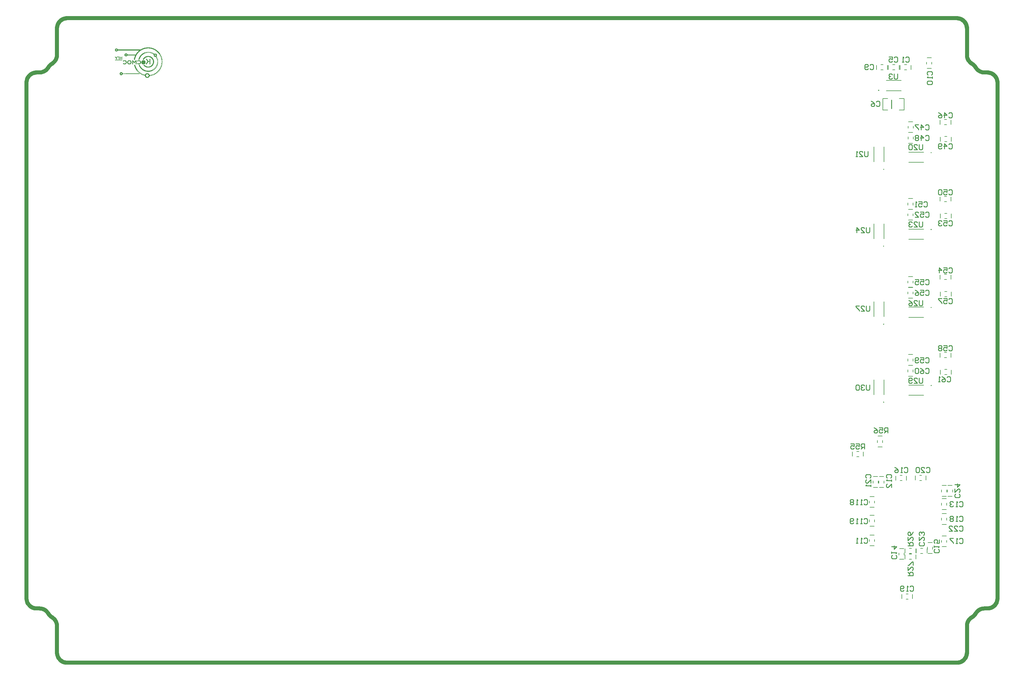
<source format=gbo>
G04*
G04 #@! TF.GenerationSoftware,Altium Limited,Altium Designer,20.1.10 (176)*
G04*
G04 Layer_Color=32896*
%FSLAX44Y44*%
%MOMM*%
G71*
G04*
G04 #@! TF.SameCoordinates,9A07C0F8-2EC5-444E-B81E-C5A403CEBA23*
G04*
G04*
G04 #@! TF.FilePolarity,Positive*
G04*
G01*
G75*
%ADD10C,0.2000*%
%ADD11C,0.2540*%
%ADD15C,0.1270*%
%ADD16C,0.1500*%
%ADD17C,0.0500*%
%ADD19C,1.2000*%
%ADD20C,1.2000*%
D10*
X2526600Y770400D02*
G03*
X2526600Y770400I-1000J0D01*
G01*
Y1000400D02*
G03*
X2526600Y1000400I-1000J0D01*
G01*
Y1230400D02*
G03*
X2526600Y1230400I-1000J0D01*
G01*
X2526650Y1456930D02*
G03*
X2526650Y1456930I-1000J0D01*
G01*
X2666700Y1049600D02*
G03*
X2666700Y1049600I-1000J0D01*
G01*
X2666750Y1506130D02*
G03*
X2666750Y1506130I-1000J0D01*
G01*
X2512050Y1689900D02*
G03*
X2512050Y1689900I-1000J0D01*
G01*
X2666700Y819600D02*
G03*
X2666700Y819600I-1000J0D01*
G01*
Y1279600D02*
G03*
X2666700Y1279600I-1000J0D01*
G01*
X2523470Y1632000D02*
Y1666000D01*
X2537440D01*
X2523470Y1632000D02*
X2537440D01*
X2585700D02*
Y1666000D01*
X2571730Y1632000D02*
X2585700D01*
X2571730Y1666000D02*
X2585700D01*
X65548Y147420D02*
G03*
X76279Y136585I25981J15000D01*
G01*
Y1768255D02*
G03*
X65548Y1757420I15250J-25835D01*
G01*
Y147420D02*
G03*
X39567Y162420I-25981J-15000D01*
G01*
Y1742420D02*
G03*
X65548Y1757420I0J30000D01*
G01*
X91028Y110750D02*
G03*
X76279Y136585I-30000J-0D01*
G01*
Y1768255D02*
G03*
X91028Y1794090I-15250J25835D01*
G01*
X1028Y192420D02*
G03*
X31028Y162420I30000J0D01*
G01*
Y1742420D02*
G03*
X1028Y1712420I0J-30000D01*
G01*
X91028Y32420D02*
G03*
X121028Y2420I30000J0D01*
G01*
Y1902420D02*
G03*
X91028Y1872420I0J-30000D01*
G01*
X2741029Y2420D02*
G03*
X2771028Y32420I0J30000D01*
G01*
X2785779Y136585D02*
G03*
X2771028Y110750I15250J-25835D01*
G01*
X2785779Y136585D02*
G03*
X2796509Y147420I-15250J25835D01*
G01*
X2822490Y162420D02*
G03*
X2796509Y147420I0J-30000D01*
G01*
X2831029Y162420D02*
G03*
X2861029Y192420I0J30000D01*
G01*
Y1712420D02*
G03*
X2831029Y1742420I-30000J0D01*
G01*
X2796509Y1757420D02*
G03*
X2822490Y1742420I25981J15000D01*
G01*
X2796509Y1757420D02*
G03*
X2785779Y1768255I-25981J-15000D01*
G01*
X2771028Y1794090D02*
G03*
X2785779Y1768255I30000J0D01*
G01*
X2771028Y1872420D02*
G03*
X2741029Y1902420I-30000J0D01*
G01*
X2771028Y32420D02*
Y110750D01*
X31028Y1742420D02*
X39567D01*
X31028Y162420D02*
X39567D01*
X91028Y1794090D02*
Y1872420D01*
Y32420D02*
Y110750D01*
X1028Y192420D02*
Y1712420D01*
X121028Y2420D02*
X2741029D01*
X2822490Y162420D02*
X2831029D01*
X2861029Y190228D02*
Y1712420D01*
X2822490Y1742420D02*
X2831029D01*
X2771028Y1794090D02*
Y1872420D01*
X121028Y1902420D02*
X2741029D01*
D11*
X2548870Y1636300D02*
Y1661700D01*
X2537813Y679883D02*
Y695117D01*
X2530196D01*
X2527657Y692578D01*
Y687500D01*
X2530196Y684961D01*
X2537813D01*
X2532735D02*
X2527657Y679883D01*
X2512422Y695117D02*
X2522578D01*
Y687500D01*
X2517500Y690039D01*
X2514961D01*
X2512422Y687500D01*
Y682422D01*
X2514961Y679883D01*
X2520039D01*
X2522578Y682422D01*
X2497186Y695117D02*
X2502265Y692578D01*
X2507343Y687500D01*
Y682422D01*
X2504804Y679883D01*
X2499726D01*
X2497186Y682422D01*
Y684961D01*
X2499726Y687500D01*
X2507343D01*
X2469313Y632383D02*
Y647617D01*
X2461696D01*
X2459157Y645078D01*
Y640000D01*
X2461696Y637461D01*
X2469313D01*
X2464235D02*
X2459157Y632383D01*
X2443922Y647617D02*
X2454078D01*
Y640000D01*
X2449000Y642539D01*
X2446461D01*
X2443922Y640000D01*
Y634922D01*
X2446461Y632383D01*
X2451539D01*
X2454078Y634922D01*
X2428687Y647617D02*
X2438843D01*
Y640000D01*
X2433765Y642539D01*
X2431226D01*
X2428687Y640000D01*
Y634922D01*
X2431226Y632383D01*
X2436304D01*
X2438843Y634922D01*
X2467235Y425078D02*
X2469774Y427617D01*
X2474853D01*
X2477392Y425078D01*
Y414922D01*
X2474853Y412383D01*
X2469774D01*
X2467235Y414922D01*
X2462157Y412383D02*
X2457078D01*
X2459617D01*
Y427617D01*
X2462157Y425078D01*
X2449461Y412383D02*
X2444382D01*
X2446922D01*
Y427617D01*
X2449461Y425078D01*
X2436765Y414922D02*
X2434226Y412383D01*
X2429147D01*
X2426608Y414922D01*
Y425078D01*
X2429147Y427617D01*
X2434226D01*
X2436765Y425078D01*
Y422539D01*
X2434226Y420000D01*
X2426608D01*
X2467235Y481013D02*
X2469774Y483553D01*
X2474853D01*
X2477392Y481013D01*
Y470857D01*
X2474853Y468317D01*
X2469774D01*
X2467235Y470857D01*
X2462157Y468317D02*
X2457078D01*
X2459617D01*
Y483553D01*
X2462157Y481013D01*
X2449461Y468317D02*
X2444382D01*
X2446922D01*
Y483553D01*
X2449461Y481013D01*
X2436765D02*
X2434226Y483553D01*
X2429147D01*
X2426608Y481013D01*
Y478474D01*
X2429147Y475935D01*
X2426608Y473396D01*
Y470857D01*
X2429147Y468317D01*
X2434226D01*
X2436765Y470857D01*
Y473396D01*
X2434226Y475935D01*
X2436765Y478474D01*
Y481013D01*
X2434226Y475935D02*
X2429147D01*
X2590000Y1786078D02*
X2592539Y1788618D01*
X2597617D01*
X2600157Y1786078D01*
Y1775922D01*
X2597617Y1773383D01*
X2592539D01*
X2590000Y1775922D01*
X2584922Y1773383D02*
X2579843D01*
X2582383D01*
Y1788618D01*
X2584922Y1786078D01*
X2748078Y499843D02*
X2750617Y497304D01*
Y492226D01*
X2748078Y489687D01*
X2737922D01*
X2735382Y492226D01*
Y497304D01*
X2737922Y499843D01*
X2735382Y515078D02*
Y504922D01*
X2745539Y515078D01*
X2748078D01*
X2750617Y512539D01*
Y507461D01*
X2748078Y504922D01*
X2735382Y527774D02*
X2750617D01*
X2743000Y520157D01*
Y530313D01*
X2643078Y357843D02*
X2645617Y355304D01*
Y350226D01*
X2643078Y347687D01*
X2632922D01*
X2630382Y350226D01*
Y355304D01*
X2632922Y357843D01*
X2630382Y373078D02*
Y362922D01*
X2640539Y373078D01*
X2643078D01*
X2645617Y370539D01*
Y365461D01*
X2643078Y362922D01*
Y378157D02*
X2645617Y380696D01*
Y385774D01*
X2643078Y388313D01*
X2640539D01*
X2638000Y385774D01*
Y383235D01*
Y385774D01*
X2635461Y388313D01*
X2632922D01*
X2630382Y385774D01*
Y380696D01*
X2632922Y378157D01*
X2748887Y403078D02*
X2751426Y405617D01*
X2756505D01*
X2759044Y403078D01*
Y392922D01*
X2756505Y390382D01*
X2751426D01*
X2748887Y392922D01*
X2733652Y390382D02*
X2743809D01*
X2733652Y400539D01*
Y403078D01*
X2736191Y405617D01*
X2741270D01*
X2743809Y403078D01*
X2718417Y390382D02*
X2728574D01*
X2718417Y400539D01*
Y403078D01*
X2720956Y405617D01*
X2726035D01*
X2728574Y403078D01*
X2474922Y547617D02*
X2472382Y550157D01*
Y555235D01*
X2474922Y557774D01*
X2485078D01*
X2487617Y555235D01*
Y550157D01*
X2485078Y547617D01*
X2487617Y532382D02*
Y542539D01*
X2477461Y532382D01*
X2474922D01*
X2472382Y534922D01*
Y540000D01*
X2474922Y542539D01*
X2487617Y527304D02*
Y522226D01*
Y524765D01*
X2472382D01*
X2474922Y527304D01*
X2650809Y576158D02*
X2653348Y578697D01*
X2658427D01*
X2660966Y576158D01*
Y566001D01*
X2658427Y563462D01*
X2653348D01*
X2650809Y566001D01*
X2635574Y563462D02*
X2645731D01*
X2635574Y573619D01*
Y576158D01*
X2638113Y578697D01*
X2643192D01*
X2645731Y576158D01*
X2630496D02*
X2627957Y578697D01*
X2622878D01*
X2620339Y576158D01*
Y566001D01*
X2622878Y563462D01*
X2627957D01*
X2630496Y566001D01*
Y576158D01*
X2602887Y226078D02*
X2605426Y228617D01*
X2610504D01*
X2613044Y226078D01*
Y215922D01*
X2610504Y213382D01*
X2605426D01*
X2602887Y215922D01*
X2597809Y213382D02*
X2592730D01*
X2595269D01*
Y228617D01*
X2597809Y226078D01*
X2585113Y215922D02*
X2582574Y213382D01*
X2577495D01*
X2574956Y215922D01*
Y226078D01*
X2577495Y228617D01*
X2582574D01*
X2585113Y226078D01*
Y223539D01*
X2582574Y221000D01*
X2574956D01*
X2748887Y432078D02*
X2751426Y434618D01*
X2756505D01*
X2759044Y432078D01*
Y421922D01*
X2756505Y419383D01*
X2751426D01*
X2748887Y421922D01*
X2743809Y419383D02*
X2738730D01*
X2741270D01*
Y434618D01*
X2743809Y432078D01*
X2731113D02*
X2728574Y434618D01*
X2723495D01*
X2720956Y432078D01*
Y429539D01*
X2723495Y427000D01*
X2720956Y424461D01*
Y421922D01*
X2723495Y419383D01*
X2728574D01*
X2731113Y421922D01*
Y424461D01*
X2728574Y427000D01*
X2731113Y429539D01*
Y432078D01*
X2728574Y427000D02*
X2723495D01*
X2748887Y367078D02*
X2751426Y369618D01*
X2756505D01*
X2759044Y367078D01*
Y356922D01*
X2756505Y354383D01*
X2751426D01*
X2748887Y356922D01*
X2743809Y354383D02*
X2738730D01*
X2741270D01*
Y369618D01*
X2743809Y367078D01*
X2731113Y369618D02*
X2720956D01*
Y367078D01*
X2731113Y356922D01*
Y354383D01*
X2585887Y576158D02*
X2588426Y578697D01*
X2593505D01*
X2596044Y576158D01*
Y566001D01*
X2593505Y563462D01*
X2588426D01*
X2585887Y566001D01*
X2580809Y563462D02*
X2575730D01*
X2578270D01*
Y578697D01*
X2580809Y576158D01*
X2557956Y578697D02*
X2563034Y576158D01*
X2568113Y571079D01*
Y566001D01*
X2565574Y563462D01*
X2560495D01*
X2557956Y566001D01*
Y568540D01*
X2560495Y571079D01*
X2568113D01*
X2687079Y337113D02*
X2689618Y334574D01*
Y329495D01*
X2687079Y326956D01*
X2676922D01*
X2674383Y329495D01*
Y334574D01*
X2676922Y337113D01*
X2674383Y342191D02*
Y347270D01*
Y344730D01*
X2689618D01*
X2687079Y342191D01*
X2689618Y365044D02*
Y354887D01*
X2682000D01*
X2684539Y359965D01*
Y362505D01*
X2682000Y365044D01*
X2676922D01*
X2674383Y362505D01*
Y357426D01*
X2676922Y354887D01*
X2561078Y319113D02*
X2563618Y316574D01*
Y311495D01*
X2561078Y308956D01*
X2550922D01*
X2548383Y311495D01*
Y316574D01*
X2550922Y319113D01*
X2548383Y324191D02*
Y329270D01*
Y326730D01*
X2563618D01*
X2561078Y324191D01*
X2548383Y344505D02*
X2563618D01*
X2556000Y336887D01*
Y347044D01*
X2748887Y475078D02*
X2751426Y477617D01*
X2756505D01*
X2759044Y475078D01*
Y464922D01*
X2756505Y462383D01*
X2751426D01*
X2748887Y464922D01*
X2743809Y462383D02*
X2738730D01*
X2741270D01*
Y477617D01*
X2743809Y475078D01*
X2731113D02*
X2728574Y477617D01*
X2723495D01*
X2720956Y475078D01*
Y472539D01*
X2723495Y470000D01*
X2726035D01*
X2723495D01*
X2720956Y467461D01*
Y464922D01*
X2723495Y462383D01*
X2728574D01*
X2731113Y464922D01*
X2535922Y547617D02*
X2533382Y550157D01*
Y555235D01*
X2535922Y557774D01*
X2546078D01*
X2548618Y555235D01*
Y550157D01*
X2546078Y547617D01*
X2548618Y542539D02*
Y537461D01*
Y540000D01*
X2533382D01*
X2535922Y542539D01*
X2548618Y519687D02*
Y529843D01*
X2538461Y519687D01*
X2535922D01*
X2533382Y522226D01*
Y527304D01*
X2535922Y529843D01*
X2655922Y1734887D02*
X2653383Y1737426D01*
Y1742505D01*
X2655922Y1745044D01*
X2666078D01*
X2668618Y1742505D01*
Y1737426D01*
X2666078Y1734887D01*
X2668618Y1729809D02*
Y1724730D01*
Y1727269D01*
X2653383D01*
X2655922Y1729809D01*
Y1717113D02*
X2653383Y1714574D01*
Y1709495D01*
X2655922Y1706956D01*
X2666078D01*
X2668618Y1709495D01*
Y1714574D01*
X2666078Y1717113D01*
X2655922D01*
X2485539Y1764078D02*
X2488078Y1766617D01*
X2493157D01*
X2495696Y1764078D01*
Y1753922D01*
X2493157Y1751382D01*
X2488078D01*
X2485539Y1753922D01*
X2480461D02*
X2477922Y1751382D01*
X2472843D01*
X2470304Y1753922D01*
Y1764078D01*
X2472843Y1766617D01*
X2477922D01*
X2480461Y1764078D01*
Y1761539D01*
X2477922Y1759000D01*
X2470304D01*
X2566696Y1738618D02*
Y1725922D01*
X2564157Y1723383D01*
X2559078D01*
X2556539Y1725922D01*
Y1738618D01*
X2551461Y1736078D02*
X2548922Y1738618D01*
X2543843D01*
X2541304Y1736078D01*
Y1733539D01*
X2543843Y1731000D01*
X2546382D01*
X2543843D01*
X2541304Y1728461D01*
Y1725922D01*
X2543843Y1723383D01*
X2548922D01*
X2551461Y1725922D01*
X2479235Y1509617D02*
Y1496922D01*
X2476696Y1494382D01*
X2471617D01*
X2469078Y1496922D01*
Y1509617D01*
X2453843Y1494382D02*
X2464000D01*
X2453843Y1504539D01*
Y1507078D01*
X2456382Y1509617D01*
X2461461D01*
X2464000Y1507078D01*
X2448765Y1494382D02*
X2443687D01*
X2446226D01*
Y1509617D01*
X2448765Y1507078D01*
X2556536Y1786078D02*
X2559075Y1788618D01*
X2564154D01*
X2566693Y1786078D01*
Y1775922D01*
X2564154Y1773383D01*
X2559075D01*
X2556536Y1775922D01*
X2541301Y1788618D02*
X2551458D01*
Y1781000D01*
X2546380Y1783539D01*
X2543840D01*
X2541301Y1781000D01*
Y1775922D01*
X2543840Y1773383D01*
X2548919D01*
X2551458Y1775922D01*
X2597383Y347687D02*
X2612617D01*
Y355304D01*
X2610078Y357843D01*
X2605000D01*
X2602461Y355304D01*
Y347687D01*
Y352765D02*
X2597383Y357843D01*
Y373078D02*
Y362922D01*
X2607539Y373078D01*
X2610078D01*
X2612617Y370539D01*
Y365461D01*
X2610078Y362922D01*
X2612617Y388313D02*
X2610078Y383235D01*
X2605000Y378157D01*
X2599922D01*
X2597383Y380696D01*
Y385774D01*
X2599922Y388313D01*
X2602461D01*
X2605000Y385774D01*
Y378157D01*
X2640073Y1530169D02*
Y1517473D01*
X2637533Y1514933D01*
X2632455D01*
X2629916Y1517473D01*
Y1530169D01*
X2614681Y1514933D02*
X2624837D01*
X2614681Y1525090D01*
Y1527629D01*
X2617220Y1530169D01*
X2622298D01*
X2624837Y1527629D01*
X2609602D02*
X2607063Y1530169D01*
X2601985D01*
X2599445Y1527629D01*
Y1517473D01*
X2601985Y1514933D01*
X2607063D01*
X2609602Y1517473D01*
Y1527629D01*
X2640073Y841758D02*
Y829062D01*
X2637533Y826523D01*
X2632455D01*
X2629916Y829062D01*
Y841758D01*
X2614681Y826523D02*
X2624837D01*
X2614681Y836679D01*
Y839218D01*
X2617220Y841758D01*
X2622298D01*
X2624837Y839218D01*
X2609602Y829062D02*
X2607063Y826523D01*
X2601985D01*
X2599445Y829062D01*
Y839218D01*
X2601985Y841758D01*
X2607063D01*
X2609602Y839218D01*
Y836679D01*
X2607063Y834140D01*
X2599445D01*
X2640073Y1070618D02*
Y1057922D01*
X2637533Y1055383D01*
X2632455D01*
X2629916Y1057922D01*
Y1070618D01*
X2614681Y1055383D02*
X2624837D01*
X2614681Y1065539D01*
Y1068078D01*
X2617220Y1070618D01*
X2622298D01*
X2624837Y1068078D01*
X2599445Y1070618D02*
X2604524Y1068078D01*
X2609602Y1063000D01*
Y1057922D01*
X2607063Y1055383D01*
X2601985D01*
X2599445Y1057922D01*
Y1060461D01*
X2601985Y1063000D01*
X2609602D01*
X2640073Y1302617D02*
Y1289922D01*
X2637533Y1287383D01*
X2632455D01*
X2629916Y1289922D01*
Y1302617D01*
X2614681Y1287383D02*
X2624837D01*
X2614681Y1297539D01*
Y1300078D01*
X2617220Y1302617D01*
X2622298D01*
X2624837Y1300078D01*
X2609602D02*
X2607063Y1302617D01*
X2601985D01*
X2599445Y1300078D01*
Y1297539D01*
X2601985Y1295000D01*
X2604524D01*
X2601985D01*
X2599445Y1292461D01*
Y1289922D01*
X2601985Y1287383D01*
X2607063D01*
X2609602Y1289922D01*
X2484313Y821618D02*
Y808922D01*
X2481774Y806383D01*
X2476696D01*
X2474157Y808922D01*
Y821618D01*
X2469078Y819078D02*
X2466539Y821618D01*
X2461461D01*
X2458922Y819078D01*
Y816539D01*
X2461461Y814000D01*
X2464000D01*
X2461461D01*
X2458922Y811461D01*
Y808922D01*
X2461461Y806383D01*
X2466539D01*
X2469078Y808922D01*
X2453843Y819078D02*
X2451304Y821618D01*
X2446226D01*
X2443687Y819078D01*
Y808922D01*
X2446226Y806383D01*
X2451304D01*
X2453843Y808922D01*
Y819078D01*
X2484313Y1054617D02*
Y1041922D01*
X2481774Y1039382D01*
X2476696D01*
X2474157Y1041922D01*
Y1054617D01*
X2458922Y1039382D02*
X2469078D01*
X2458922Y1049539D01*
Y1052078D01*
X2461461Y1054617D01*
X2466539D01*
X2469078Y1052078D01*
X2453843Y1054617D02*
X2443687D01*
Y1052078D01*
X2453843Y1041922D01*
Y1039382D01*
X2484313Y1285618D02*
Y1272922D01*
X2481774Y1270383D01*
X2476696D01*
X2474157Y1272922D01*
Y1285618D01*
X2458922Y1270383D02*
X2469078D01*
X2458922Y1280539D01*
Y1283078D01*
X2461461Y1285618D01*
X2466539D01*
X2469078Y1283078D01*
X2446226Y1270383D02*
Y1285618D01*
X2453843Y1278000D01*
X2443687D01*
X2597383Y259687D02*
X2612617D01*
Y267304D01*
X2610078Y269843D01*
X2605000D01*
X2602461Y267304D01*
Y259687D01*
Y264765D02*
X2597383Y269843D01*
Y285078D02*
Y274922D01*
X2607539Y285078D01*
X2610078D01*
X2612617Y282539D01*
Y277461D01*
X2610078Y274922D01*
X2612617Y290157D02*
Y300313D01*
X2610078D01*
X2599922Y290157D01*
X2597383D01*
X2716957Y1530108D02*
X2719496Y1532648D01*
X2724574D01*
X2727113Y1530108D01*
Y1519952D01*
X2724574Y1517413D01*
X2719496D01*
X2716957Y1519952D01*
X2704261Y1517413D02*
Y1532648D01*
X2711878Y1525030D01*
X2701721D01*
X2696643Y1519952D02*
X2694104Y1517413D01*
X2689026D01*
X2686487Y1519952D01*
Y1530108D01*
X2689026Y1532648D01*
X2694104D01*
X2696643Y1530108D01*
Y1527569D01*
X2694104Y1525030D01*
X2686487D01*
X2711828Y843578D02*
X2714367Y846117D01*
X2719446D01*
X2721985Y843578D01*
Y833422D01*
X2719446Y830882D01*
X2714367D01*
X2711828Y833422D01*
X2696593Y846117D02*
X2701671Y843578D01*
X2706750Y838500D01*
Y833422D01*
X2704211Y830882D01*
X2699132D01*
X2696593Y833422D01*
Y835961D01*
X2699132Y838500D01*
X2706750D01*
X2691515Y830882D02*
X2686436D01*
X2688976D01*
Y846117D01*
X2691515Y843578D01*
X2716907Y1073578D02*
X2719446Y1076117D01*
X2724524D01*
X2727063Y1073578D01*
Y1063422D01*
X2724524Y1060882D01*
X2719446D01*
X2716907Y1063422D01*
X2701671Y1076117D02*
X2711828D01*
Y1068500D01*
X2706750Y1071039D01*
X2704211D01*
X2701671Y1068500D01*
Y1063422D01*
X2704211Y1060882D01*
X2709289D01*
X2711828Y1063422D01*
X2696593Y1076117D02*
X2686436D01*
Y1073578D01*
X2696593Y1063422D01*
Y1060882D01*
X2716907Y1303578D02*
X2719446Y1306118D01*
X2724524D01*
X2727063Y1303578D01*
Y1293422D01*
X2724524Y1290883D01*
X2719446D01*
X2716907Y1293422D01*
X2701671Y1306118D02*
X2711828D01*
Y1298500D01*
X2706750Y1301039D01*
X2704211D01*
X2701671Y1298500D01*
Y1293422D01*
X2704211Y1290883D01*
X2709289D01*
X2711828Y1293422D01*
X2696593Y1303578D02*
X2694054Y1306118D01*
X2688976D01*
X2686436Y1303578D01*
Y1301039D01*
X2688976Y1298500D01*
X2691515D01*
X2688976D01*
X2686436Y1295961D01*
Y1293422D01*
X2688976Y1290883D01*
X2694054D01*
X2696593Y1293422D01*
X2716957Y1621358D02*
X2719496Y1623898D01*
X2724574D01*
X2727113Y1621358D01*
Y1611202D01*
X2724574Y1608663D01*
X2719496D01*
X2716957Y1611202D01*
X2704261Y1608663D02*
Y1623898D01*
X2711878Y1616280D01*
X2701721D01*
X2686487Y1623898D02*
X2691565Y1621358D01*
X2696643Y1616280D01*
Y1611202D01*
X2694104Y1608663D01*
X2689026D01*
X2686487Y1611202D01*
Y1613741D01*
X2689026Y1616280D01*
X2696643D01*
X2716907Y934828D02*
X2719446Y937367D01*
X2724524D01*
X2727063Y934828D01*
Y924672D01*
X2724524Y922132D01*
X2719446D01*
X2716907Y924672D01*
X2701671Y937367D02*
X2711828D01*
Y929750D01*
X2706750Y932289D01*
X2704211D01*
X2701671Y929750D01*
Y924672D01*
X2704211Y922132D01*
X2709289D01*
X2711828Y924672D01*
X2696593Y934828D02*
X2694054Y937367D01*
X2688976D01*
X2686436Y934828D01*
Y932289D01*
X2688976Y929750D01*
X2686436Y927211D01*
Y924672D01*
X2688976Y922132D01*
X2694054D01*
X2696593Y924672D01*
Y927211D01*
X2694054Y929750D01*
X2696593Y932289D01*
Y934828D01*
X2694054Y929750D02*
X2688976D01*
X2716907Y1164828D02*
X2719446Y1167367D01*
X2724524D01*
X2727063Y1164828D01*
Y1154672D01*
X2724524Y1152132D01*
X2719446D01*
X2716907Y1154672D01*
X2701671Y1167367D02*
X2711828D01*
Y1159750D01*
X2706750Y1162289D01*
X2704211D01*
X2701671Y1159750D01*
Y1154672D01*
X2704211Y1152132D01*
X2709289D01*
X2711828Y1154672D01*
X2688976Y1152132D02*
Y1167367D01*
X2696593Y1159750D01*
X2686436D01*
X2716907Y1394828D02*
X2719446Y1397368D01*
X2724524D01*
X2727063Y1394828D01*
Y1384672D01*
X2724524Y1382133D01*
X2719446D01*
X2716907Y1384672D01*
X2701671Y1397368D02*
X2711828D01*
Y1389750D01*
X2706750Y1392289D01*
X2704211D01*
X2701671Y1389750D01*
Y1384672D01*
X2704211Y1382133D01*
X2709289D01*
X2711828Y1384672D01*
X2696593Y1394828D02*
X2694054Y1397368D01*
X2688976D01*
X2686436Y1394828D01*
Y1384672D01*
X2688976Y1382133D01*
X2694054D01*
X2696593Y1384672D01*
Y1394828D01*
X2648707Y1554858D02*
X2651246Y1557398D01*
X2656324D01*
X2658864Y1554858D01*
Y1544702D01*
X2656324Y1542162D01*
X2651246D01*
X2648707Y1544702D01*
X2636011Y1542162D02*
Y1557398D01*
X2643629Y1549780D01*
X2633472D01*
X2628393Y1554858D02*
X2625854Y1557398D01*
X2620776D01*
X2618237Y1554858D01*
Y1552319D01*
X2620776Y1549780D01*
X2618237Y1547241D01*
Y1544702D01*
X2620776Y1542162D01*
X2625854D01*
X2628393Y1544702D01*
Y1547241D01*
X2625854Y1549780D01*
X2628393Y1552319D01*
Y1554858D01*
X2625854Y1549780D02*
X2620776D01*
X2648657Y868328D02*
X2651196Y870867D01*
X2656274D01*
X2658813Y868328D01*
Y858172D01*
X2656274Y855632D01*
X2651196D01*
X2648657Y858172D01*
X2633422Y870867D02*
X2638500Y868328D01*
X2643578Y863250D01*
Y858172D01*
X2641039Y855632D01*
X2635961D01*
X2633422Y858172D01*
Y860711D01*
X2635961Y863250D01*
X2643578D01*
X2628343Y868328D02*
X2625804Y870867D01*
X2620726D01*
X2618187Y868328D01*
Y858172D01*
X2620726Y855632D01*
X2625804D01*
X2628343Y858172D01*
Y868328D01*
X2648657Y1098328D02*
X2651196Y1100867D01*
X2656274D01*
X2658813Y1098328D01*
Y1088172D01*
X2656274Y1085632D01*
X2651196D01*
X2648657Y1088172D01*
X2633422Y1100867D02*
X2643578D01*
Y1093250D01*
X2638500Y1095789D01*
X2635961D01*
X2633422Y1093250D01*
Y1088172D01*
X2635961Y1085632D01*
X2641039D01*
X2643578Y1088172D01*
X2618187Y1100867D02*
X2623265Y1098328D01*
X2628343Y1093250D01*
Y1088172D01*
X2625804Y1085632D01*
X2620726D01*
X2618187Y1088172D01*
Y1090711D01*
X2620726Y1093250D01*
X2628343D01*
X2648657Y1328328D02*
X2651196Y1330867D01*
X2656274D01*
X2658813Y1328328D01*
Y1318172D01*
X2656274Y1315632D01*
X2651196D01*
X2648657Y1318172D01*
X2633422Y1330867D02*
X2643578D01*
Y1323250D01*
X2638500Y1325789D01*
X2635961D01*
X2633422Y1323250D01*
Y1318172D01*
X2635961Y1315632D01*
X2641039D01*
X2643578Y1318172D01*
X2618187Y1315632D02*
X2628343D01*
X2618187Y1325789D01*
Y1328328D01*
X2620726Y1330867D01*
X2625804D01*
X2628343Y1328328D01*
X2648707Y1585858D02*
X2651246Y1588398D01*
X2656324D01*
X2658864Y1585858D01*
Y1575702D01*
X2656324Y1573163D01*
X2651246D01*
X2648707Y1575702D01*
X2636011Y1573163D02*
Y1588398D01*
X2643629Y1580780D01*
X2633472D01*
X2628393Y1588398D02*
X2618237D01*
Y1585858D01*
X2628393Y1575702D01*
Y1573163D01*
X2648657Y899328D02*
X2651196Y901868D01*
X2656274D01*
X2658813Y899328D01*
Y889172D01*
X2656274Y886633D01*
X2651196D01*
X2648657Y889172D01*
X2633422Y901868D02*
X2643578D01*
Y894250D01*
X2638500Y896789D01*
X2635961D01*
X2633422Y894250D01*
Y889172D01*
X2635961Y886633D01*
X2641039D01*
X2643578Y889172D01*
X2628343D02*
X2625804Y886633D01*
X2620726D01*
X2618187Y889172D01*
Y899328D01*
X2620726Y901868D01*
X2625804D01*
X2628343Y899328D01*
Y896789D01*
X2625804Y894250D01*
X2618187D01*
X2648657Y1129328D02*
X2651196Y1131868D01*
X2656274D01*
X2658813Y1129328D01*
Y1119172D01*
X2656274Y1116633D01*
X2651196D01*
X2648657Y1119172D01*
X2633422Y1131868D02*
X2643578D01*
Y1124250D01*
X2638500Y1126789D01*
X2635961D01*
X2633422Y1124250D01*
Y1119172D01*
X2635961Y1116633D01*
X2641039D01*
X2643578Y1119172D01*
X2618187Y1131868D02*
X2628343D01*
Y1124250D01*
X2623265Y1126789D01*
X2620726D01*
X2618187Y1124250D01*
Y1119172D01*
X2620726Y1116633D01*
X2625804D01*
X2628343Y1119172D01*
X2643578Y1359328D02*
X2646118Y1361868D01*
X2651196D01*
X2653735Y1359328D01*
Y1349172D01*
X2651196Y1346633D01*
X2646118D01*
X2643578Y1349172D01*
X2628343Y1361868D02*
X2638500D01*
Y1354250D01*
X2633422Y1356789D01*
X2630882D01*
X2628343Y1354250D01*
Y1349172D01*
X2630882Y1346633D01*
X2635961D01*
X2638500Y1349172D01*
X2623265Y1346633D02*
X2618187D01*
X2620726D01*
Y1361868D01*
X2623265Y1359328D01*
X2467235Y368078D02*
X2469774Y370617D01*
X2474853D01*
X2477392Y368078D01*
Y357922D01*
X2474853Y355382D01*
X2469774D01*
X2467235Y357922D01*
X2462157Y355382D02*
X2457078D01*
X2459617D01*
Y370617D01*
X2462157Y368078D01*
X2449461Y355382D02*
X2444382D01*
X2446922D01*
Y370617D01*
X2449461Y368078D01*
X2503539Y1655078D02*
X2506078Y1657617D01*
X2511157D01*
X2513696Y1655078D01*
Y1644922D01*
X2511157Y1642383D01*
X2506078D01*
X2503539Y1644922D01*
X2488304Y1657617D02*
X2493383Y1655078D01*
X2498461Y1650000D01*
Y1644922D01*
X2495922Y1642383D01*
X2490843D01*
X2488304Y1644922D01*
Y1647461D01*
X2490843Y1650000D01*
X2498461D01*
D15*
X2496750Y792800D02*
Y836800D01*
X2526750Y792800D02*
Y836800D01*
Y1022800D02*
Y1066800D01*
X2496750Y1022800D02*
Y1066800D01*
Y1252800D02*
Y1296800D01*
X2526750Y1252800D02*
Y1296800D01*
X2526800Y1479330D02*
Y1523330D01*
X2496800Y1479330D02*
Y1523330D01*
X2599300Y1020750D02*
X2643300D01*
X2599300Y1050750D02*
X2643300D01*
X2599350Y1507280D02*
X2643350D01*
X2599350Y1477280D02*
X2643350D01*
X2533450Y1688750D02*
X2577450D01*
X2533450Y1718750D02*
X2577450D01*
X2599300Y820750D02*
X2643300D01*
X2599300Y790750D02*
X2643300D01*
X2599300Y1280750D02*
X2643300D01*
X2599300Y1250750D02*
X2643300D01*
D16*
X2593100Y540650D02*
Y553350D01*
X2561350Y540650D02*
Y553350D01*
X2574050Y554620D02*
X2580400D01*
X2574050Y539380D02*
X2580400D01*
X2484900Y492350D02*
X2497600D01*
X2484900Y460600D02*
X2497600D01*
X2483630Y473300D02*
Y479650D01*
X2498870Y473300D02*
Y479650D01*
X2484900Y436850D02*
X2497600D01*
X2484900Y405100D02*
X2497600D01*
X2483630Y417800D02*
Y424150D01*
X2498870Y417800D02*
Y424150D01*
X2484900Y379100D02*
X2497600D01*
X2484900Y347350D02*
X2497600D01*
X2483630Y360050D02*
Y366400D01*
X2498870Y360050D02*
Y366400D01*
X2610850Y191400D02*
Y204100D01*
X2579100Y191400D02*
Y204100D01*
X2591800Y205370D02*
X2598150D01*
X2591800Y190130D02*
X2598150D01*
X2697400Y344650D02*
X2710100D01*
X2697400Y376400D02*
X2710100D01*
X2711370Y357350D02*
Y363700D01*
X2696130Y357350D02*
Y363700D01*
X2465350Y611150D02*
Y623850D01*
X2433600Y611150D02*
Y623850D01*
X2446300Y625120D02*
X2452650D01*
X2446300Y609880D02*
X2452650D01*
X2508650Y638650D02*
X2521350D01*
X2508650Y670400D02*
X2521350D01*
X2522620Y651350D02*
Y657700D01*
X2507380Y651350D02*
Y657700D01*
X2587026Y1765370D02*
X2593376D01*
X2587026Y1750130D02*
X2593376D01*
X2606076Y1751400D02*
Y1764100D01*
X2574326Y1751400D02*
Y1764100D01*
X2724704Y1083120D02*
Y1095820D01*
X2692954Y1083120D02*
Y1095820D01*
X2705654Y1097090D02*
X2712004D01*
X2705654Y1081850D02*
X2712004D01*
X2692004Y1133120D02*
Y1145820D01*
X2723754Y1133120D02*
Y1145820D01*
X2704704Y1131850D02*
X2711054D01*
X2704704Y1147090D02*
X2711054D01*
X2598650Y1108850D02*
X2611350D01*
X2598650Y1077100D02*
X2611350D01*
X2597380Y1089800D02*
Y1096150D01*
X2612620Y1089800D02*
Y1096150D01*
X2598650Y1109150D02*
X2611350D01*
X2598650Y1140900D02*
X2611350D01*
X2612620Y1121850D02*
Y1128200D01*
X2597380Y1121850D02*
Y1128200D01*
X2597430Y1578380D02*
Y1584730D01*
X2612670Y1578380D02*
Y1584730D01*
X2598700Y1597430D02*
X2611400D01*
X2598700Y1565680D02*
X2611400D01*
X2612670Y1546330D02*
Y1552680D01*
X2597430Y1546330D02*
Y1552680D01*
X2598700Y1533630D02*
X2611400D01*
X2598700Y1565380D02*
X2611400D01*
X2704754Y1603620D02*
X2711104D01*
X2704754Y1588380D02*
X2711104D01*
X2723804Y1589650D02*
Y1602350D01*
X2692054Y1589650D02*
Y1602350D01*
X2705704Y1538380D02*
X2712054D01*
X2705704Y1553620D02*
X2712054D01*
X2693004Y1539650D02*
Y1552350D01*
X2724754Y1539650D02*
Y1552350D01*
X2669870Y337580D02*
Y343930D01*
X2654630Y337580D02*
Y343930D01*
X2655900Y324880D02*
X2668600D01*
X2655900Y356630D02*
X2668600D01*
X2631300Y539880D02*
X2637650D01*
X2631300Y555120D02*
X2637650D01*
X2618600Y541150D02*
Y553850D01*
X2650350Y541150D02*
Y553850D01*
X2597380Y891850D02*
Y898200D01*
X2612620Y891850D02*
Y898200D01*
X2598650Y910900D02*
X2611350D01*
X2598650Y879150D02*
X2611350D01*
X2597380Y1351850D02*
Y1358200D01*
X2612620Y1351850D02*
Y1358200D01*
X2598650Y1370900D02*
X2611350D01*
X2598650Y1339150D02*
X2611350D01*
X2652130Y1766850D02*
Y1773200D01*
X2667370Y1766850D02*
Y1773200D01*
X2653400Y1785900D02*
X2666100D01*
X2653400Y1754150D02*
X2666100D01*
X2517600Y1765370D02*
X2523950D01*
X2517600Y1750130D02*
X2523950D01*
X2536650Y1751400D02*
Y1764100D01*
X2504900Y1751400D02*
Y1764100D01*
X2511880Y532350D02*
Y538700D01*
X2527120Y532350D02*
Y538700D01*
X2513150Y551400D02*
X2525850D01*
X2513150Y519650D02*
X2525850D01*
X2494380Y532350D02*
Y538700D01*
X2509620Y532350D02*
Y538700D01*
X2495650Y551400D02*
X2508350D01*
X2495650Y519650D02*
X2508350D01*
X2696130Y506100D02*
Y512450D01*
X2711370Y506100D02*
Y512450D01*
X2697400Y525150D02*
X2710100D01*
X2697400Y493400D02*
X2710100D01*
X2696130Y423100D02*
Y429450D01*
X2711370Y423100D02*
Y429450D01*
X2697400Y442150D02*
X2710100D01*
X2697400Y410400D02*
X2710100D01*
X2586370Y320080D02*
Y326430D01*
X2571130Y320080D02*
Y326430D01*
X2572400Y307380D02*
X2585100D01*
X2572400Y339130D02*
X2585100D01*
X2696130Y467100D02*
Y473450D01*
X2711370Y467100D02*
Y473450D01*
X2697400Y486150D02*
X2710100D01*
X2697400Y454400D02*
X2710100D01*
X2713630Y506100D02*
Y512450D01*
X2728870Y506100D02*
Y512450D01*
X2714900Y525150D02*
X2727600D01*
X2714900Y493400D02*
X2727600D01*
X2552313Y1750130D02*
X2558663D01*
X2552313Y1765370D02*
X2558663D01*
X2539613Y1751400D02*
Y1764100D01*
X2571363Y1751400D02*
Y1764100D01*
X2634550Y324880D02*
X2640900D01*
X2634550Y340120D02*
X2640900D01*
X2621850Y326150D02*
Y338850D01*
X2653600Y326150D02*
Y338850D01*
X2601350Y340120D02*
X2607700D01*
X2601350Y324880D02*
X2607700D01*
X2620400Y326150D02*
Y338850D01*
X2588650Y326150D02*
Y338850D01*
X2620350Y308650D02*
Y321350D01*
X2588600Y308650D02*
Y321350D01*
X2601300Y322620D02*
X2607650D01*
X2601300Y307380D02*
X2607650D01*
X2612620Y859800D02*
Y866150D01*
X2597380Y859800D02*
Y866150D01*
X2598650Y847100D02*
X2611350D01*
X2598650Y878850D02*
X2611350D01*
X2704704Y917090D02*
X2711054D01*
X2704704Y901850D02*
X2711054D01*
X2723754Y903120D02*
Y915820D01*
X2692004Y903120D02*
Y915820D01*
X2705654Y851850D02*
X2712004D01*
X2705654Y867090D02*
X2712004D01*
X2692954Y853120D02*
Y865820D01*
X2724704Y853120D02*
Y865820D01*
X2612620Y1319800D02*
Y1326150D01*
X2597380Y1319800D02*
Y1326150D01*
X2598650Y1307100D02*
X2611350D01*
X2598650Y1338850D02*
X2611350D01*
X2704704Y1377090D02*
X2711054D01*
X2704704Y1361850D02*
X2711054D01*
X2723754Y1363120D02*
Y1375820D01*
X2692004Y1363120D02*
Y1375820D01*
X2705654Y1311850D02*
X2712004D01*
X2705654Y1327090D02*
X2712004D01*
X2692954Y1313120D02*
Y1325820D01*
X2724704Y1313120D02*
Y1325820D01*
D17*
X262792Y1787470D02*
X263808D01*
X262538Y1787724D02*
X263554D01*
X261776Y1788994D02*
X262792D01*
X261776Y1789248D02*
X262792D01*
X262030Y1788486D02*
X263300D01*
X262030Y1788740D02*
X263046D01*
X261522Y1808806D02*
X263808D01*
X261522Y1809060D02*
X263808D01*
X261522Y1809314D02*
X263808D01*
X261522Y1809568D02*
X263808D01*
X261522Y1809822D02*
X263808D01*
X276254Y1737432D02*
X279302D01*
X278286Y1735400D02*
X281334D01*
X279556Y1735146D02*
X280318D01*
X277270Y1736162D02*
X282604D01*
X277524Y1735908D02*
X282350D01*
X277778Y1735654D02*
X281842D01*
X276254Y1737178D02*
X283366D01*
X276508Y1736924D02*
X283366D01*
X276762Y1736670D02*
X283112D01*
X280318Y1737432D02*
X283620D01*
X277016Y1736416D02*
X282858D01*
X277778Y1742766D02*
X282096D01*
X278286Y1743020D02*
X281588D01*
X279048Y1743274D02*
X280826D01*
X281334Y1740480D02*
X283874D01*
X281080Y1740734D02*
X283874D01*
X280572Y1740988D02*
X283620D01*
X276762Y1742004D02*
X282858D01*
X276254Y1741242D02*
X283620D01*
X276508Y1741496D02*
X283366D01*
X276762Y1741750D02*
X283112D01*
X281080Y1737686D02*
X283620D01*
X281334Y1737940D02*
X283874D01*
X276000Y1738194D02*
X278286D01*
X275746Y1738448D02*
X278286D01*
X275746Y1738702D02*
X278032D01*
X275746Y1738956D02*
X278032D01*
X275746Y1739210D02*
X278032D01*
X275746Y1739464D02*
X278032D01*
X275746Y1739718D02*
X278032D01*
X275746Y1739972D02*
X278032D01*
X276000Y1740226D02*
X278286D01*
X276000Y1740480D02*
X278540D01*
X276000Y1740734D02*
X278794D01*
X276254Y1740988D02*
X279302D01*
X276000Y1737686D02*
X278794D01*
X276000Y1737940D02*
X278540D01*
X277016Y1742258D02*
X282604D01*
X277524Y1742512D02*
X282350D01*
X265078Y1783406D02*
X266348D01*
X265078Y1783660D02*
X266094D01*
X265078Y1785692D02*
X266094D01*
X265332Y1785946D02*
X266348D01*
X265332Y1786200D02*
X266348D01*
X265586Y1786454D02*
X266602D01*
X265586Y1786708D02*
X266856D01*
X265840Y1786962D02*
X266856D01*
X266094Y1787216D02*
X267110D01*
X266094Y1787470D02*
X267110D01*
X264824Y1783914D02*
X265840D01*
X264824Y1784168D02*
X265840D01*
X264570Y1784422D02*
X265586D01*
X266348Y1787724D02*
X267364D01*
X281080Y1783406D02*
X281842D01*
X281080Y1783660D02*
X281842D01*
X272952Y1783406D02*
X273968D01*
X272952Y1783660D02*
X273968D01*
X276254Y1783406D02*
X277270D01*
X276254Y1783660D02*
X277270D01*
X281080Y1783914D02*
X281842D01*
X281080Y1784168D02*
X281842D01*
X281080Y1784422D02*
X281842D01*
X281080Y1784676D02*
X281842D01*
X281080Y1784930D02*
X281842D01*
X281080Y1785184D02*
X281842D01*
X281080Y1786200D02*
X281842D01*
X281080Y1786454D02*
X281842D01*
X281080Y1786708D02*
X281842D01*
X281080Y1786962D02*
X281842D01*
X281080Y1787216D02*
X281842D01*
X281080Y1787470D02*
X281842D01*
X281080Y1787724D02*
X281842D01*
X276254Y1785438D02*
X281842D01*
X276254Y1785692D02*
X281842D01*
X276254Y1785946D02*
X281842D01*
X272952Y1785438D02*
X273968D01*
X272952Y1785692D02*
X273968D01*
X272952Y1785946D02*
X273968D01*
X272952Y1786200D02*
X273968D01*
X272952Y1786454D02*
X273968D01*
X272952Y1786708D02*
X273968D01*
X272952Y1786962D02*
X273968D01*
X272952Y1787216D02*
X273968D01*
X272952Y1787470D02*
X273968D01*
X272952Y1783914D02*
X273968D01*
X272952Y1784168D02*
X273968D01*
X272952Y1784422D02*
X273968D01*
X272952Y1784676D02*
X273968D01*
X272952Y1784930D02*
X273968D01*
X272952Y1785184D02*
X273968D01*
X272952Y1787724D02*
X273968D01*
X276254Y1784676D02*
X277270D01*
X276254Y1784930D02*
X277270D01*
X276254Y1785184D02*
X277270D01*
X276254Y1786200D02*
X277270D01*
X276254Y1786454D02*
X277270D01*
X276254Y1786708D02*
X277270D01*
X276254Y1786962D02*
X277270D01*
X276254Y1787216D02*
X277270D01*
X276254Y1787470D02*
X277270D01*
X276254Y1787724D02*
X277270D01*
X276254Y1783914D02*
X277270D01*
X276254Y1784168D02*
X277270D01*
X276254Y1784422D02*
X277270D01*
X266094Y1781882D02*
X267110D01*
X265840Y1782136D02*
X266856D01*
X265840Y1782390D02*
X266856D01*
X265586Y1782644D02*
X266602D01*
X281080Y1781882D02*
X281842D01*
X281080Y1782136D02*
X281842D01*
X281080Y1782390D02*
X281842D01*
X281080Y1782644D02*
X281842D01*
X272952Y1781882D02*
X273968D01*
X272952Y1782136D02*
X273968D01*
X272952Y1782390D02*
X273968D01*
X272952Y1782644D02*
X273968D01*
X276254Y1781882D02*
X277270D01*
X276254Y1782136D02*
X277270D01*
X276254Y1782390D02*
X277270D01*
X276254Y1782644D02*
X277270D01*
X265586Y1782898D02*
X266602D01*
X265332Y1783152D02*
X266348D01*
X281080Y1782898D02*
X281842D01*
X281080Y1783152D02*
X281842D01*
X272952Y1782898D02*
X273968D01*
X272952Y1783152D02*
X273968D01*
X276254Y1782898D02*
X277270D01*
X276254Y1783152D02*
X277270D01*
X264824Y1805250D02*
X266602D01*
Y1807536D02*
X269396D01*
X266856Y1807790D02*
X269650D01*
X267110Y1808044D02*
X269650D01*
X266856Y1788486D02*
X267872D01*
X266856Y1788740D02*
X267872D01*
X267110Y1788994D02*
X268126D01*
X267110Y1789248D02*
X268380D01*
X281080Y1788486D02*
X281842D01*
X281080Y1788740D02*
X281842D01*
X281080Y1788994D02*
X281842D01*
X281080Y1789248D02*
X281842D01*
X272952Y1788486D02*
X273968D01*
X276254D02*
X277270D01*
X276254Y1788740D02*
X277270D01*
X276254Y1788994D02*
X277270D01*
X276254Y1789248D02*
X277270D01*
X269142Y1788740D02*
X273968D01*
X269142Y1788994D02*
X273968D01*
X269142Y1789248D02*
X273968D01*
X265586Y1813378D02*
X265840D01*
X267110Y1810584D02*
X269650D01*
X266856Y1810838D02*
X269650D01*
X266094Y1811092D02*
X269396D01*
X287938Y1738194D02*
X290224D01*
X287938Y1738448D02*
X290224D01*
X287938Y1739718D02*
X290224D01*
X287938Y1739972D02*
X290224D01*
X287938Y1740226D02*
X290224D01*
X287938Y1738702D02*
X290224D01*
X287938Y1738956D02*
X290224D01*
X287938Y1739210D02*
X290224D01*
X287938Y1739464D02*
X290224D01*
X300892Y1738194D02*
X303178D01*
X300892Y1738448D02*
X303178D01*
X300892Y1738702D02*
X303178D01*
X300892Y1738956D02*
X303178D01*
X300892Y1739210D02*
X303178D01*
X300892Y1739464D02*
X303178D01*
X300892Y1739718D02*
X303178D01*
X300892Y1739972D02*
X303178D01*
X300892Y1740226D02*
X303178D01*
X296574Y1738194D02*
X298860D01*
X296574Y1738448D02*
X298860D01*
X296574Y1738702D02*
X298860D01*
X296574Y1738956D02*
X298860D01*
X296574Y1739210D02*
X298860D01*
X296574Y1739464D02*
X298860D01*
X296574Y1739718D02*
X298860D01*
X296574Y1739972D02*
X298860D01*
X296574Y1740226D02*
X298860D01*
X292256Y1738194D02*
X294542D01*
X292256Y1738448D02*
X294542D01*
X292256Y1739718D02*
X294542D01*
X292256Y1739972D02*
X294542D01*
X292256Y1740226D02*
X294542D01*
X292256Y1738702D02*
X294542D01*
X292256Y1738956D02*
X294542D01*
X292256Y1739210D02*
X294542D01*
X292256Y1739464D02*
X294542D01*
X287430Y1767404D02*
X292002D01*
X288192Y1767150D02*
X291240D01*
X286160Y1775532D02*
X286414D01*
X285906Y1775786D02*
X286668D01*
X285652Y1776040D02*
X286922D01*
X285398Y1776294D02*
X287430D01*
X285144Y1776548D02*
X287684D01*
X285398Y1776802D02*
X288446D01*
X285398Y1768928D02*
X288192D01*
X285398Y1769182D02*
X287684D01*
X285398Y1769436D02*
X287176D01*
X285652Y1769690D02*
X286922D01*
X285906Y1769944D02*
X286668D01*
X286160Y1770198D02*
X286414D01*
X287684Y1778326D02*
X292002D01*
X288446Y1778580D02*
X290986D01*
X299368Y1776802D02*
X302416D01*
X293780Y1773754D02*
X295558D01*
X293780Y1774008D02*
X295558D01*
X298098Y1773754D02*
X299876D01*
X298098Y1774008D02*
X299876D01*
X293018Y1775278D02*
X295050D01*
X293018Y1775532D02*
X295050D01*
X293526Y1774262D02*
X295558D01*
X293526Y1774516D02*
X295304D01*
X293272Y1774770D02*
X295304D01*
X293272Y1775024D02*
X295304D01*
X298098Y1774262D02*
X299876D01*
X298098Y1774516D02*
X300130D01*
X298352Y1774770D02*
X300130D01*
X298352Y1775024D02*
X300384D01*
X298352Y1775278D02*
X300384D01*
X298606Y1775532D02*
X300638D01*
X298606Y1775786D02*
X300892D01*
X298860Y1776040D02*
X301146D01*
X299114Y1776294D02*
X301400D01*
X299368Y1776548D02*
X301908D01*
X293526Y1770960D02*
X295304D01*
X293526Y1771214D02*
X295304D01*
X293526Y1771468D02*
X295558D01*
X293780Y1771722D02*
X295558D01*
X293780Y1771976D02*
X295558D01*
X293780Y1772230D02*
X295558D01*
X293780Y1772484D02*
X295558D01*
X293780Y1772738D02*
X295558D01*
X293780Y1772992D02*
X295558D01*
X293780Y1773246D02*
X295558D01*
X293780Y1773500D02*
X295558D01*
X297844Y1772738D02*
X299622D01*
X297844Y1772992D02*
X299622D01*
X297844Y1773246D02*
X299622D01*
X297844Y1773500D02*
X299876D01*
X298098Y1771722D02*
X299876D01*
X298098Y1771976D02*
X299876D01*
X297844Y1772230D02*
X299876D01*
X297844Y1772484D02*
X299622D01*
X298098Y1770960D02*
X300130D01*
X298098Y1771214D02*
X300130D01*
X298098Y1771468D02*
X299876D01*
X299622Y1768674D02*
X303686D01*
X299368Y1768928D02*
X302416D01*
X293018Y1770198D02*
X295050D01*
X293272Y1770452D02*
X295050D01*
X299114Y1769182D02*
X301908D01*
X299114Y1769436D02*
X301400D01*
X298860Y1769690D02*
X301146D01*
X298606Y1769944D02*
X300892D01*
X298606Y1770198D02*
X300638D01*
X298352Y1770452D02*
X300384D01*
X293272Y1770706D02*
X295304D01*
X298352D02*
X300384D01*
X292002Y1776294D02*
X294542D01*
X291748Y1776548D02*
X294288D01*
X290986Y1776802D02*
X294034D01*
X292764Y1775786D02*
X294796D01*
X292510Y1776040D02*
X294796D01*
X291240Y1768928D02*
X294034D01*
X291748Y1769182D02*
X294288D01*
X292256Y1769436D02*
X294542D01*
X292510Y1769690D02*
X294796D01*
X292764Y1769944D02*
X294796D01*
X285652Y1777056D02*
X293780D01*
X285906Y1777310D02*
X293526D01*
X286160Y1777564D02*
X293272D01*
X286668Y1777818D02*
X292764D01*
X286922Y1778072D02*
X292510D01*
X286160Y1768166D02*
X293272D01*
X285906Y1768420D02*
X293526D01*
X285652Y1768674D02*
X293780D01*
X289970Y1794074D02*
X292256D01*
X289970Y1794328D02*
X292256D01*
X289970Y1794582D02*
X292256D01*
X289970Y1794836D02*
X292256D01*
X289970Y1795090D02*
X292256D01*
X289970Y1795344D02*
X292256D01*
X293018Y1798646D02*
X295304D01*
X295558Y1795852D02*
X298098D01*
X295304Y1796106D02*
X297844D01*
X295050Y1796360D02*
X297844D01*
X295050Y1793058D02*
X297844D01*
X295304Y1793312D02*
X297844D01*
X291494Y1797884D02*
X296574D01*
X291748Y1798138D02*
X296320D01*
X290478Y1796614D02*
X297844D01*
X290478Y1796868D02*
X297590D01*
X290732Y1797122D02*
X297336D01*
X290986Y1797376D02*
X297082D01*
X291240Y1797630D02*
X297082D01*
X289970Y1795598D02*
X292510D01*
X290224Y1795852D02*
X292510D01*
X290224Y1796106D02*
X292764D01*
X290224Y1796360D02*
X293272D01*
X291748Y1791280D02*
X296320D01*
X291494Y1791534D02*
X296828D01*
X291240Y1791788D02*
X297082D01*
X290986Y1792042D02*
X297336D01*
X290732Y1792296D02*
X297336D01*
X290478Y1792550D02*
X297590D01*
X290478Y1792804D02*
X297844D01*
X290224Y1793058D02*
X293018D01*
X290224Y1793312D02*
X292764D01*
X290224Y1793566D02*
X292510D01*
X289970Y1793820D02*
X292510D01*
X292256Y1798392D02*
X295812D01*
X292764Y1790772D02*
X295304D01*
X292256Y1791026D02*
X296066D01*
X309274Y1738448D02*
X311560D01*
X309274Y1738194D02*
X311560D01*
X309274Y1738702D02*
X311560D01*
X309274Y1738956D02*
X311560D01*
X309274Y1739210D02*
X311560D01*
X309274Y1739464D02*
X311560D01*
X309274Y1739718D02*
X311560D01*
X309274Y1739972D02*
X311560D01*
X309274Y1740226D02*
X311560D01*
X322228Y1738448D02*
X324260D01*
X322228Y1738194D02*
X324260D01*
X322228Y1738702D02*
X324260D01*
X322228Y1738956D02*
X324260D01*
X322228Y1739210D02*
X324260D01*
X322228Y1739464D02*
X324260D01*
X322228Y1739718D02*
X324260D01*
X322228Y1739972D02*
X324260D01*
X322228Y1740226D02*
X324260D01*
X313592Y1738194D02*
X315878D01*
X313592Y1738448D02*
X315878D01*
X317910D02*
X320196D01*
X317910Y1738194D02*
X320196D01*
X313592Y1738702D02*
X315878D01*
X313592Y1738956D02*
X315878D01*
X313592Y1739210D02*
X315878D01*
X313592Y1739464D02*
X315878D01*
X313592Y1739718D02*
X315878D01*
X313592Y1739972D02*
X315878D01*
X313592Y1740226D02*
X315878D01*
X317910Y1738702D02*
X320196D01*
X317910Y1738956D02*
X320196D01*
X317910Y1739210D02*
X320196D01*
X317910Y1739464D02*
X320196D01*
X317910Y1739718D02*
X320196D01*
X317910Y1739972D02*
X320196D01*
X317910Y1740226D02*
X320196D01*
X318672Y1763086D02*
X320958D01*
X318672Y1763340D02*
X320958D01*
X322736Y1767150D02*
X324514D01*
X322736Y1767404D02*
X324514D01*
X318418Y1763594D02*
X320958D01*
X318418Y1763848D02*
X320704D01*
X318418Y1764102D02*
X320704D01*
X318418Y1764356D02*
X320704D01*
X318164Y1764610D02*
X320704D01*
X320196Y1758514D02*
X322736D01*
X320196Y1758768D02*
X322482D01*
X319942Y1759022D02*
X322482D01*
X321720Y1755466D02*
X324260D01*
X321466Y1755720D02*
X324006D01*
X321466Y1755974D02*
X323752D01*
X321212Y1756228D02*
X323752D01*
X321212Y1756482D02*
X323498D01*
X320958Y1756736D02*
X323498D01*
X320958Y1756990D02*
X323244D01*
X320704Y1757244D02*
X323244D01*
X320704Y1757498D02*
X323244D01*
X320450Y1757752D02*
X322990D01*
X320450Y1758006D02*
X322990D01*
X320450Y1758260D02*
X322736D01*
X322228Y1754196D02*
X324768D01*
X322228Y1754450D02*
X324768D01*
X321974Y1754704D02*
X324514D01*
X321974Y1754958D02*
X324514D01*
X321720Y1755212D02*
X324260D01*
X319942Y1759276D02*
X322228D01*
X319942Y1759530D02*
X322228D01*
X319688Y1759784D02*
X322228D01*
X319688Y1760038D02*
X321974D01*
X319434Y1760292D02*
X321974D01*
X319434Y1760546D02*
X321974D01*
X319434Y1760800D02*
X321720D01*
X319180Y1761054D02*
X321720D01*
X319180Y1761308D02*
X321466D01*
X319180Y1761562D02*
X321466D01*
X318926Y1761816D02*
X321466D01*
X318926Y1762070D02*
X321212D01*
X318926Y1762324D02*
X321212D01*
X312576Y1767150D02*
X314354D01*
X312576Y1767404D02*
X314354D01*
X318926Y1762578D02*
X321212D01*
X318672Y1762832D02*
X320958D01*
X318164Y1783406D02*
X320450D01*
X318164Y1783660D02*
X320450D01*
X318164Y1783914D02*
X320450D01*
X318164Y1784168D02*
X320704D01*
X318418Y1784422D02*
X320704D01*
X318418Y1784676D02*
X320704D01*
X318418Y1784930D02*
X320704D01*
X318418Y1785184D02*
X320958D01*
X318672Y1785438D02*
X320958D01*
X318672Y1785692D02*
X320958D01*
X318672Y1785946D02*
X321212D01*
X318926Y1786200D02*
X321212D01*
X318926Y1786454D02*
X321212D01*
X318926Y1786708D02*
X321212D01*
X319180Y1786962D02*
X321466D01*
X319180Y1787216D02*
X321466D01*
X319180Y1787470D02*
X321720D01*
X319180Y1787724D02*
X321720D01*
X307750Y1773754D02*
X309528D01*
X307750Y1774008D02*
X309528D01*
X307750Y1774262D02*
X309528D01*
X307496Y1774516D02*
X309528D01*
X307496Y1774770D02*
X309274D01*
X307242Y1775024D02*
X309274D01*
X307242Y1775278D02*
X309274D01*
X306988Y1775532D02*
X309020D01*
X306734Y1775786D02*
X308766D01*
X306480Y1776040D02*
X308766D01*
X306226Y1776294D02*
X308512D01*
X305718Y1776548D02*
X308258D01*
X305210Y1776802D02*
X308004D01*
Y1773246D02*
X309528D01*
X307750Y1773500D02*
X309528D01*
X307750Y1771722D02*
X309528D01*
X307750Y1771976D02*
X309528D01*
X307750Y1772230D02*
X309528D01*
X308004Y1772484D02*
X309528D01*
X307496Y1770960D02*
X309274D01*
X307750Y1771214D02*
X309528D01*
X307750Y1771468D02*
X309528D01*
X305210Y1768928D02*
X308258D01*
X305718Y1769182D02*
X308258D01*
X306226Y1769436D02*
X308512D01*
X306480Y1769690D02*
X308766D01*
X306734Y1769944D02*
X309020D01*
X306988Y1770198D02*
X309020D01*
X307242Y1770452D02*
X309274D01*
X308004Y1772738D02*
X309782D01*
X308004Y1772992D02*
X309782D01*
X307496Y1770706D02*
X309274D01*
X322736Y1773754D02*
X324514D01*
X322736Y1774008D02*
X324514D01*
X322736Y1774770D02*
X324514D01*
X322736Y1775024D02*
X324514D01*
X320450Y1775278D02*
X322482D01*
X322736D02*
X324514D01*
X320704Y1775532D02*
X322482D01*
X322736D02*
X324514D01*
X320958Y1775786D02*
X324514D01*
X321212Y1776040D02*
X324514D01*
X321466Y1776294D02*
X324514D01*
X321720Y1776548D02*
X324514D01*
X321720Y1776802D02*
X324514D01*
X321974Y1777056D02*
X324514D01*
X322228Y1777310D02*
X324514D01*
X322482Y1777564D02*
X324514D01*
X322736Y1777818D02*
X324514D01*
X322736Y1774262D02*
X324514D01*
X322736Y1774516D02*
X324514D01*
X322736Y1771722D02*
X324514D01*
X322736Y1771976D02*
X324514D01*
X322736Y1772230D02*
X324514D01*
X322736Y1772484D02*
X324514D01*
X322736Y1772738D02*
X324514D01*
X322736Y1772992D02*
X324514D01*
X322736Y1773246D02*
X324514D01*
X322736Y1773500D02*
X324514D01*
X322736Y1770960D02*
X324514D01*
X322736Y1771214D02*
X324514D01*
X322736Y1771468D02*
X324514D01*
X319180Y1773754D02*
X320958D01*
X319434Y1774008D02*
X321212D01*
X316132Y1773754D02*
X317910D01*
X315878Y1774008D02*
X317656D01*
X314608Y1775278D02*
X316640D01*
X314608Y1775532D02*
X316386D01*
X317656Y1780866D02*
X319942D01*
X317656Y1781120D02*
X319942D01*
X317656Y1781374D02*
X319942D01*
X317656Y1781628D02*
X319942D01*
X317910Y1781882D02*
X320196D01*
X317910Y1782136D02*
X320196D01*
X317910Y1782390D02*
X320196D01*
X317910Y1782644D02*
X320196D01*
X319942Y1774770D02*
X321974D01*
X320196Y1775024D02*
X322228D01*
X319688Y1774262D02*
X321466D01*
X319688Y1774516D02*
X321720D01*
X315116Y1774770D02*
X317148D01*
X314862Y1775024D02*
X316894D01*
X315624Y1774262D02*
X317402D01*
X315370Y1774516D02*
X317402D01*
X317910Y1771722D02*
X319180D01*
X317656Y1771976D02*
X319434D01*
X318672Y1773246D02*
X320704D01*
X318926Y1773500D02*
X320704D01*
X318418Y1770960D02*
X318672D01*
X318164Y1771214D02*
X318926D01*
X318164Y1771468D02*
X318926D01*
X317402Y1772230D02*
X319688D01*
X317148Y1772484D02*
X319942D01*
X316894Y1772738D02*
X320196D01*
X316640Y1772992D02*
X320450D01*
X316386Y1773246D02*
X318418D01*
X316386Y1773500D02*
X318164D01*
X322990Y1778072D02*
X324514D01*
X323244Y1778326D02*
X324514D01*
X322736Y1768166D02*
X324514D01*
X322736Y1768420D02*
X324514D01*
X322736Y1768674D02*
X324514D01*
X322736Y1768928D02*
X324514D01*
X322736Y1769182D02*
X324514D01*
X322736Y1769436D02*
X324514D01*
X322736Y1769690D02*
X324514D01*
X322736Y1769944D02*
X324514D01*
X322736Y1770198D02*
X324514D01*
X322736Y1770452D02*
X324514D01*
X322736Y1770706D02*
X324514D01*
X312576Y1773754D02*
X314354D01*
X312576Y1774008D02*
X314354D01*
X312576Y1774262D02*
X314354D01*
X312576Y1774516D02*
X314354D01*
X312576Y1775786D02*
X316132D01*
X312576Y1776040D02*
X315878D01*
X312576Y1776294D02*
X315624D01*
X312576Y1776548D02*
X315624D01*
X312576Y1777310D02*
X314862D01*
X312576Y1777564D02*
X314608D01*
X312576Y1777818D02*
X314354D01*
X312576Y1774770D02*
X314354D01*
X312576Y1775024D02*
X314354D01*
X312576Y1775278D02*
X314354D01*
X312576Y1775532D02*
X314354D01*
X312576Y1776802D02*
X315370D01*
X312576Y1777056D02*
X315116D01*
X312576Y1778072D02*
X314100D01*
X312576Y1778326D02*
X313846D01*
X312576Y1772738D02*
X314354D01*
X312576Y1772992D02*
X314354D01*
X312576Y1773246D02*
X314354D01*
X312576Y1773500D02*
X314354D01*
X312576Y1771722D02*
X314354D01*
X312576Y1771976D02*
X314354D01*
X312576Y1772230D02*
X314354D01*
X312576Y1772484D02*
X314354D01*
X312576Y1770960D02*
X314354D01*
X312576Y1771214D02*
X314354D01*
X312576Y1771468D02*
X314354D01*
X312576Y1768166D02*
X314354D01*
X312576Y1768420D02*
X314354D01*
X312576Y1768674D02*
X314354D01*
X312576Y1768928D02*
X314354D01*
X312576Y1769182D02*
X314354D01*
X312576Y1769436D02*
X314354D01*
X312576Y1769690D02*
X314354D01*
X312576Y1769944D02*
X314354D01*
X312576Y1770198D02*
X314354D01*
X312576Y1770452D02*
X314354D01*
X312576Y1770706D02*
X314354D01*
X317910Y1782898D02*
X320196D01*
X318164Y1783152D02*
X320450D01*
X320958Y1792042D02*
X323498D01*
X321212Y1792296D02*
X323752D01*
X321212Y1792550D02*
X323752D01*
X321466Y1792804D02*
X324006D01*
X321466Y1793058D02*
X324006D01*
X321720Y1793312D02*
X324260D01*
X320704Y1791280D02*
X323244D01*
X320704Y1791534D02*
X323244D01*
X320958Y1791788D02*
X323498D01*
X319942Y1789502D02*
X322482D01*
X319942Y1789756D02*
X322482D01*
X320196Y1790010D02*
X322482D01*
X320196Y1790264D02*
X322736D01*
X320450Y1790518D02*
X322736D01*
X320450Y1790772D02*
X322990D01*
X319688Y1788486D02*
X321974D01*
X319688Y1788740D02*
X321974D01*
X319688Y1788994D02*
X322228D01*
X319942Y1789248D02*
X322228D01*
X320450Y1791026D02*
X322990D01*
X338992Y1737432D02*
X340516D01*
X339500Y1737178D02*
X340516D01*
X340008Y1736924D02*
X340262D01*
X343310Y1735400D02*
X344580D01*
X344072Y1735146D02*
X344326D01*
X342802Y1737432D02*
X344580D01*
X342802Y1737178D02*
X345088D01*
X342548Y1736924D02*
X345088D01*
X342548Y1736670D02*
X345088D01*
X342548Y1736416D02*
X344834D01*
X342294Y1736162D02*
X344834D01*
X342294Y1735908D02*
X344834D01*
X342802Y1735654D02*
X344580D01*
X329340Y1744798D02*
X329594D01*
X329086Y1745052D02*
X329848D01*
X332388Y1744544D02*
X332896D01*
X328070Y1746068D02*
X330864D01*
X328070Y1746322D02*
X330864D01*
X328324Y1746576D02*
X330610D01*
X328578Y1746830D02*
X330356D01*
X328832Y1747084D02*
X330102D01*
X328832Y1745306D02*
X330102D01*
X328578Y1745560D02*
X330356D01*
X328324Y1745814D02*
X330610D01*
X326292Y1738448D02*
X328578D01*
X326292Y1738194D02*
X328578D01*
X326292Y1738702D02*
X328578D01*
X326292Y1738956D02*
X328578D01*
X326292Y1739210D02*
X328578D01*
X326292Y1739464D02*
X328578D01*
X326292Y1739718D02*
X328578D01*
X326292Y1739972D02*
X328578D01*
X326292Y1740226D02*
X328578D01*
X330610Y1738194D02*
X332896D01*
X330610Y1738448D02*
X332896D01*
X330610Y1738702D02*
X332896D01*
X330610Y1738956D02*
X332896D01*
X330610Y1739210D02*
X332896D01*
X330610Y1739464D02*
X332896D01*
X330610Y1739718D02*
X332896D01*
X330610Y1739972D02*
X332896D01*
X330610Y1740226D02*
X332896D01*
X332642Y1741750D02*
X332896D01*
X343056Y1737940D02*
X343310D01*
X343056Y1737686D02*
X343818D01*
X338484Y1738194D02*
X341024D01*
X338484Y1738448D02*
X341024D01*
X334928Y1739972D02*
X336960D01*
X334674Y1740226D02*
X337214D01*
X334674Y1740480D02*
X337468D01*
X334928Y1740734D02*
X337468D01*
X334928Y1740988D02*
X337468D01*
X338738Y1738702D02*
X341278D01*
X338738Y1738956D02*
X341024D01*
X338992Y1739210D02*
X340516D01*
X339246Y1739464D02*
X340008D01*
X339246Y1739718D02*
X339754D01*
X335690Y1739464D02*
X336706D01*
X335436Y1739718D02*
X336960D01*
X335182Y1741242D02*
X337214D01*
X335436Y1741496D02*
X336706D01*
X335436Y1741750D02*
X336452D01*
X335690Y1742004D02*
X335944D01*
X336198Y1739210D02*
X336452D01*
X338484Y1737686D02*
X340770D01*
X338230Y1737940D02*
X340770D01*
X331372Y1742766D02*
X333658D01*
X331118Y1743020D02*
X333912D01*
X331118Y1743274D02*
X334166D01*
X331372Y1743528D02*
X333912D01*
X331626Y1743782D02*
X333658D01*
X331880Y1744036D02*
X333404D01*
X332134Y1744290D02*
X333150D01*
X332388Y1742004D02*
X333150D01*
X331880Y1742258D02*
X333404D01*
X331626Y1742512D02*
X333658D01*
X326292Y1748100D02*
X326800D01*
X326038Y1748354D02*
X327054D01*
X326038Y1748608D02*
X327308D01*
X325784Y1748862D02*
X327816D01*
X325530Y1749116D02*
X328070D01*
X341024Y1751656D02*
X345088D01*
X340770Y1751910D02*
X344580D01*
X340516Y1752164D02*
X344326D01*
X340262Y1752418D02*
X343818D01*
X340008Y1752672D02*
X343564D01*
X339754Y1752926D02*
X343056D01*
X339500Y1753180D02*
X342802D01*
X338992Y1753434D02*
X342548D01*
X338738Y1753688D02*
X342294D01*
X334674Y1758768D02*
X337468D01*
X334928Y1758514D02*
X337722D01*
X334674Y1759022D02*
X337214D01*
X334420Y1759276D02*
X336960D01*
X334166Y1759530D02*
X336960D01*
X334166Y1759784D02*
X336706D01*
X333912Y1760038D02*
X336706D01*
X333912Y1760292D02*
X336452D01*
X333658Y1760546D02*
X336198D01*
X333658Y1760800D02*
X336198D01*
X338484Y1753942D02*
X341786D01*
X338230Y1754196D02*
X341532D01*
X338230Y1754450D02*
X341278D01*
X337976Y1754704D02*
X341024D01*
X335944Y1756990D02*
X338738D01*
X335690Y1757244D02*
X338484D01*
X335690Y1757498D02*
X338484D01*
X335436Y1757752D02*
X338230D01*
X335182Y1758006D02*
X337976D01*
X335182Y1758260D02*
X337722D01*
Y1754958D02*
X340770D01*
X337468Y1755212D02*
X340516D01*
X337214Y1755466D02*
X340262D01*
X336960Y1755720D02*
X340008D01*
X336706Y1755974D02*
X339754D01*
X336452Y1756228D02*
X339500D01*
X336452Y1756482D02*
X339246D01*
X336198Y1756736D02*
X338992D01*
X332388Y1763086D02*
X334928D01*
X332388Y1763340D02*
X334928D01*
X332388Y1763594D02*
X334674D01*
X332134Y1763848D02*
X334674D01*
X332134Y1764102D02*
X334420D01*
X331880Y1764356D02*
X334420D01*
X331880Y1764610D02*
X334166D01*
X330356Y1767150D02*
X333404D01*
X329594Y1767404D02*
X334166D01*
X333404Y1761054D02*
X335944D01*
X333404Y1761308D02*
X335944D01*
X333150Y1761562D02*
X335690D01*
X333150Y1761816D02*
X335436D01*
X332896Y1762070D02*
X335436D01*
X332896Y1762324D02*
X335182D01*
X332642Y1762578D02*
X335182D01*
X332642Y1762832D02*
X334928D01*
X328324Y1775532D02*
X328578D01*
X328070Y1775786D02*
X328832D01*
X327816Y1776040D02*
X329086D01*
X327562Y1776294D02*
X329340D01*
X327308Y1776548D02*
X329848D01*
X327308Y1769182D02*
X329848D01*
X327562Y1769436D02*
X329340D01*
X327816Y1769690D02*
X329086D01*
X328070Y1769944D02*
X328578D01*
X327562Y1776802D02*
X330610D01*
X327562Y1768928D02*
X330356D01*
X335944Y1773754D02*
X337722D01*
X335690Y1774008D02*
X337722D01*
X334928Y1775532D02*
X336960D01*
X334928Y1775786D02*
X336960D01*
X334420Y1776040D02*
X336706D01*
X334166Y1776294D02*
X336706D01*
X333658Y1776548D02*
X336452D01*
X335690Y1774262D02*
X337468D01*
X335690Y1774516D02*
X337468D01*
X335436Y1774770D02*
X337468D01*
X335436Y1775024D02*
X337214D01*
X335182Y1775278D02*
X337214D01*
X335436Y1770960D02*
X337468D01*
X335690Y1771214D02*
X337468D01*
X335690Y1771468D02*
X337468D01*
X335690Y1771722D02*
X337722D01*
X335944Y1771976D02*
X337722D01*
X335944Y1772230D02*
X337722D01*
X335944Y1772484D02*
X337722D01*
X335944Y1772738D02*
X337722D01*
X335944Y1772992D02*
X337722D01*
X335944Y1773246D02*
X337722D01*
X335944Y1773500D02*
X337722D01*
X333912Y1769182D02*
X336452D01*
X334166Y1769436D02*
X336706D01*
X334674Y1769690D02*
X336706D01*
X334928Y1769944D02*
X336960D01*
X335182Y1770198D02*
X337214D01*
X335182Y1770452D02*
X337214D01*
X335436Y1770706D02*
X337468D01*
X331626Y1783406D02*
X333912D01*
X331626Y1783660D02*
X334166D01*
X332134Y1784930D02*
X334674D01*
X332388Y1785184D02*
X334674D01*
X332388Y1785438D02*
X334928D01*
X332388Y1785692D02*
X334928D01*
X332642Y1785946D02*
X335182D01*
X332642Y1786200D02*
X335182D01*
X331880Y1783914D02*
X334166D01*
X331880Y1784168D02*
X334420D01*
X331880Y1784422D02*
X334420D01*
X332134Y1784676D02*
X334420D01*
X333404Y1787470D02*
X335944D01*
X333404Y1787724D02*
X335944D01*
X332896Y1786454D02*
X335436D01*
X332896Y1786708D02*
X335436D01*
X333150Y1786962D02*
X335690D01*
X333150Y1787216D02*
X335690D01*
X330864Y1780866D02*
X333150D01*
X330864Y1781120D02*
X333404D01*
X331118Y1781374D02*
X333404D01*
X331118Y1781628D02*
X333404D01*
X331118Y1781882D02*
X333404D01*
X331372Y1782136D02*
X333658D01*
X331372Y1782390D02*
X333658D01*
X331372Y1782644D02*
X333658D01*
X333150Y1776802D02*
X336198D01*
X333404Y1768928D02*
X336198D01*
X327816Y1777056D02*
X335944D01*
X328070Y1777310D02*
X335690D01*
X328324Y1777564D02*
X335436D01*
X328578Y1777818D02*
X334928D01*
X329086Y1778072D02*
X334420D01*
X329594Y1778326D02*
X333912D01*
X330356Y1778580D02*
X333150D01*
X327816Y1768674D02*
X335944D01*
X328324Y1768166D02*
X335436D01*
X328070Y1768420D02*
X335690D01*
X331626Y1783152D02*
X333912D01*
X331372Y1782898D02*
X333912D01*
X329340Y1803980D02*
X332642D01*
X329086Y1803726D02*
X332134D01*
X329594Y1804234D02*
X332896D01*
X333658Y1807790D02*
X337468D01*
X333912Y1808044D02*
X337976D01*
X325530Y1799662D02*
X328324D01*
X325784Y1799916D02*
X328578D01*
X326038Y1800170D02*
X328832D01*
X326038Y1800424D02*
X329086D01*
X326292Y1800678D02*
X329340D01*
X326546Y1800932D02*
X329594D01*
X326800Y1801186D02*
X329594D01*
X327054Y1801440D02*
X329848D01*
X327308Y1801694D02*
X330102D01*
X327308Y1801948D02*
X330356D01*
X327562Y1802202D02*
X330610D01*
X327816Y1802456D02*
X330864D01*
X328070Y1802710D02*
X331118D01*
X328324Y1802964D02*
X331372D01*
X339500Y1795598D02*
X342802D01*
X339754Y1795852D02*
X343310D01*
X340008Y1796106D02*
X343564D01*
X340262Y1796360D02*
X343818D01*
X340516Y1796614D02*
X344326D01*
X340770Y1796868D02*
X344580D01*
X341278Y1797122D02*
X345088D01*
X337976Y1794074D02*
X341024D01*
X338230Y1794328D02*
X341278D01*
X338484Y1794582D02*
X341532D01*
X338738Y1794836D02*
X342040D01*
X338992Y1795090D02*
X342294D01*
X339246Y1795344D02*
X342548D01*
X335690Y1791280D02*
X338484D01*
X335690Y1791534D02*
X338738D01*
X335944Y1791788D02*
X338992D01*
X336198Y1792042D02*
X338992D01*
X336452Y1792296D02*
X339246D01*
X336706Y1792550D02*
X339500D01*
X336706Y1792804D02*
X339754D01*
X336960Y1793058D02*
X340008D01*
X337214Y1793312D02*
X340262D01*
X337468Y1793566D02*
X340516D01*
X337722Y1793820D02*
X340770D01*
X333912Y1788486D02*
X336452D01*
X333912Y1788740D02*
X336706D01*
X334166Y1788994D02*
X336706D01*
X334166Y1789248D02*
X336960D01*
X334420Y1789502D02*
X337214D01*
X334674Y1789756D02*
X337214D01*
X334674Y1790010D02*
X337468D01*
X334928Y1790264D02*
X337722D01*
X335182Y1790518D02*
X337722D01*
X335182Y1790772D02*
X337976D01*
X335436Y1791026D02*
X338230D01*
X332388Y1806774D02*
X335944D01*
X332642Y1807028D02*
X336452D01*
X331118Y1805758D02*
X334674D01*
X331372Y1806012D02*
X334928D01*
X331880Y1806266D02*
X335436D01*
X332134Y1806520D02*
X335690D01*
X330610Y1805250D02*
X333912D01*
X330864Y1805504D02*
X334420D01*
X332896Y1807282D02*
X336706D01*
X333404Y1807536D02*
X337214D01*
X329848Y1804488D02*
X333150D01*
X330102Y1804742D02*
X333404D01*
X330356Y1804996D02*
X333658D01*
X328578Y1803218D02*
X331626D01*
X328832Y1803472D02*
X331880D01*
X339500Y1811600D02*
X345088D01*
X338230Y1810838D02*
X343056D01*
X338738Y1811092D02*
X343818D01*
X337722Y1810584D02*
X342548D01*
X338992Y1811346D02*
X344326D01*
X347120Y1736416D02*
X347374D01*
X346866Y1736162D02*
X348136D01*
X360582Y1732606D02*
X362868D01*
X360582Y1732860D02*
X363122D01*
X360836Y1733114D02*
X363122D01*
X349914Y1732860D02*
X352200D01*
X349914Y1732606D02*
X352454D01*
X349914Y1733114D02*
X352200D01*
X350676Y1736924D02*
X353470D01*
X350930Y1737432D02*
X354232D01*
X350930Y1737178D02*
X353724D01*
X358804Y1737432D02*
X361852D01*
X359312Y1737178D02*
X362106D01*
X359566Y1736924D02*
X362360D01*
X359820Y1736670D02*
X362360D01*
X360074Y1736416D02*
X362614D01*
X360074Y1736162D02*
X362614D01*
X360328Y1735908D02*
X362614D01*
X360328Y1735654D02*
X362868D01*
X360582Y1735400D02*
X362868D01*
X360582Y1735146D02*
X362868D01*
X360582Y1734892D02*
X362868D01*
X360836Y1734638D02*
X363122D01*
X360836Y1734384D02*
X363122D01*
X360836Y1734130D02*
X363122D01*
X360836Y1733876D02*
X363122D01*
X360836Y1733622D02*
X363122D01*
X360836Y1733368D02*
X363122D01*
X350168Y1735400D02*
X352454D01*
X350168Y1735146D02*
X352454D01*
X349914Y1734892D02*
X352200D01*
X349914Y1734638D02*
X352200D01*
X349914Y1734384D02*
X352200D01*
X349914Y1734130D02*
X352200D01*
X349914Y1733876D02*
X352200D01*
X349914Y1733622D02*
X352200D01*
X349914Y1733368D02*
X352200D01*
X350676Y1736670D02*
X353216D01*
X350422Y1736416D02*
X352962D01*
X350422Y1736162D02*
X352962D01*
X350168Y1735908D02*
X352708D01*
X350168Y1735654D02*
X352708D01*
X351184Y1730066D02*
X354232D01*
X350676Y1730828D02*
X353470D01*
X350676Y1730574D02*
X353724D01*
X351438Y1729558D02*
X355756D01*
X352962Y1728288D02*
X360074D01*
X352708Y1728542D02*
X360328D01*
X352200Y1728796D02*
X360836D01*
X351946Y1729050D02*
X361090D01*
X351692Y1729304D02*
X361344D01*
X351184Y1729812D02*
X354994D01*
X353470Y1728034D02*
X359566D01*
X350930Y1730320D02*
X353978D01*
X358550Y1730066D02*
X361852D01*
X354486Y1727526D02*
X358550D01*
X357280Y1729558D02*
X361598D01*
X358042Y1729812D02*
X361598D01*
X353978Y1727780D02*
X359058D01*
X359566Y1730828D02*
X362360D01*
X359312Y1730574D02*
X362106D01*
X359058Y1730320D02*
X362106D01*
X360328Y1731844D02*
X362868D01*
X360328Y1731590D02*
X362614D01*
X360074Y1731336D02*
X362614D01*
X359820Y1731082D02*
X362360D01*
X350168Y1731844D02*
X352708D01*
X350422Y1731590D02*
X352708D01*
X350422Y1731336D02*
X352962D01*
X350422Y1731082D02*
X353216D01*
X360582Y1732352D02*
X362868D01*
X360582Y1732098D02*
X362868D01*
X350168Y1732352D02*
X352454D01*
X350168Y1732098D02*
X352454D01*
X363884Y1732860D02*
X365408D01*
X346866Y1735908D02*
X349152D01*
X346866Y1735654D02*
X349152D01*
X346612Y1735400D02*
X349152D01*
X346612Y1735146D02*
X349152D01*
X346612Y1734892D02*
X348898D01*
X346612Y1734638D02*
X348898D01*
X346358Y1734384D02*
X348898D01*
X347120Y1734130D02*
X348898D01*
X347882Y1733876D02*
X348644D01*
X353978Y1745814D02*
X364646D01*
X355502Y1745560D02*
X363122D01*
X354232Y1739972D02*
X358804D01*
X354994Y1740226D02*
X358042D01*
X358550Y1737686D02*
X361852D01*
X357788Y1737940D02*
X361598D01*
X351692Y1738194D02*
X361344D01*
X351946Y1738448D02*
X361090D01*
X352200Y1738702D02*
X360836D01*
X352454Y1738956D02*
X360582D01*
X352708Y1739210D02*
X360328D01*
X351438Y1737940D02*
X355248D01*
X351184Y1737686D02*
X354486D01*
X353216Y1739464D02*
X359820D01*
X353470Y1739718D02*
X359312D01*
X346866Y1763086D02*
X350168D01*
X346612Y1763340D02*
X349660D01*
X346358Y1763594D02*
X349406D01*
X346104Y1763848D02*
X349152D01*
X346104Y1764102D02*
X348898D01*
X345850Y1764356D02*
X348644D01*
X363122Y1767150D02*
X365154D01*
X363122Y1767404D02*
X365154D01*
X348644Y1761308D02*
X352962D01*
X348390Y1761562D02*
X352454D01*
X348136Y1761816D02*
X351946D01*
X347882Y1762070D02*
X351438D01*
X347628Y1762324D02*
X351184D01*
X346358Y1748354D02*
X352708D01*
X345850Y1748608D02*
X351946D01*
X354486Y1758260D02*
X363884D01*
X356772Y1757752D02*
X361598D01*
X355502Y1758006D02*
X362868D01*
X352200Y1767150D02*
X354486D01*
X352454Y1767404D02*
X354486D01*
X350422Y1760038D02*
X356772D01*
X350168Y1760292D02*
X355502D01*
X349660Y1760546D02*
X354740D01*
X349406Y1760800D02*
X353978D01*
X349152Y1761054D02*
X353470D01*
X347374Y1747846D02*
X355502D01*
X346866Y1748100D02*
X353978D01*
X352962Y1758768D02*
X365408D01*
X353724Y1758514D02*
X364646D01*
X347374Y1762578D02*
X350676D01*
X347120Y1762832D02*
X350422D01*
X345850Y1784422D02*
X348644D01*
X346104Y1784676D02*
X348898D01*
X346104Y1784930D02*
X349152D01*
X346358Y1785184D02*
X349406D01*
X346612Y1785438D02*
X349660D01*
X346866Y1785692D02*
X350168D01*
X348644Y1787470D02*
X352962D01*
X347120Y1785946D02*
X350422D01*
X347374Y1786200D02*
X350676D01*
X347628Y1786454D02*
X351184D01*
X347882Y1786708D02*
X351438D01*
X348136Y1786962D02*
X351946D01*
X348390Y1787216D02*
X352454D01*
X363122Y1773754D02*
X365154D01*
X363122Y1774008D02*
X365154D01*
X363122Y1778834D02*
X365154D01*
X363122Y1779088D02*
X365154D01*
X363122Y1780104D02*
X365154D01*
X363122Y1780358D02*
X365154D01*
X363122Y1780612D02*
X365154D01*
X363122Y1780866D02*
X365154D01*
X363122Y1781120D02*
X365154D01*
X363122Y1781374D02*
X365154D01*
X363122Y1781628D02*
X365154D01*
X363122Y1781882D02*
X365154D01*
X363122Y1782136D02*
X365154D01*
X363122Y1782390D02*
X365154D01*
X363122Y1782644D02*
X365154D01*
X363122Y1779342D02*
X365154D01*
X363122Y1779596D02*
X365154D01*
X363122Y1779850D02*
X365154D01*
X363122Y1774262D02*
X365154D01*
X358296Y1775278D02*
X365154D01*
X363122Y1776294D02*
X365154D01*
X363122Y1776548D02*
X365154D01*
X363122Y1776802D02*
X365154D01*
X363122Y1777056D02*
X365154D01*
X363122Y1777310D02*
X365154D01*
X363122Y1777564D02*
X365154D01*
X363122Y1777818D02*
X365154D01*
X363122Y1778072D02*
X365154D01*
X363122Y1778326D02*
X365154D01*
X363122Y1778580D02*
X365154D01*
X357026Y1774516D02*
X365154D01*
X357534Y1774770D02*
X365154D01*
X357788Y1775024D02*
X365154D01*
X357788Y1775532D02*
X365154D01*
X357534Y1775786D02*
X365154D01*
X357280Y1776040D02*
X365154D01*
X363122Y1772992D02*
X365154D01*
X363122Y1773246D02*
X365154D01*
X363122Y1773500D02*
X365154D01*
X363122Y1771722D02*
X365154D01*
X363122Y1771976D02*
X365154D01*
X363122Y1772230D02*
X365154D01*
X363122Y1772484D02*
X365154D01*
X363122Y1772738D02*
X365154D01*
X363122Y1770960D02*
X365154D01*
X363122Y1771214D02*
X365154D01*
X363122Y1771468D02*
X365154D01*
X356518Y1773754D02*
X358804D01*
X356772Y1774008D02*
X359058D01*
X355248Y1779088D02*
X357280D01*
X355502Y1778834D02*
X357534D01*
X354994Y1779342D02*
X357280D01*
X354994Y1779596D02*
X357026D01*
X354740Y1779850D02*
X356772D01*
X354486Y1780104D02*
X356772D01*
X354486Y1780358D02*
X356518D01*
X354232Y1780612D02*
X356264D01*
X353978Y1780866D02*
X356264D01*
X353978Y1781120D02*
X356010D01*
X355756Y1778326D02*
X357788D01*
X355502Y1778580D02*
X357788D01*
X356264Y1777564D02*
X358296D01*
X356010Y1777818D02*
X358296D01*
X356010Y1778072D02*
X358042D01*
X357026Y1774262D02*
X359820D01*
X357280Y1776294D02*
X359820D01*
X357026Y1776548D02*
X359312D01*
X356772Y1776802D02*
X359058D01*
X356518Y1777056D02*
X358804D01*
X356518Y1777310D02*
X358550D01*
X354740Y1770960D02*
X356772D01*
X354994Y1771214D02*
X357026D01*
X354994Y1771468D02*
X357280D01*
X355248Y1771722D02*
X357280D01*
X355248Y1771976D02*
X357534D01*
X355502Y1772230D02*
X357534D01*
X355756Y1772484D02*
X357788D01*
X355756Y1772738D02*
X358042D01*
X356010Y1772992D02*
X358296D01*
X356264Y1773246D02*
X358296D01*
X356264Y1773500D02*
X358550D01*
X363122Y1768166D02*
X365154D01*
X363122Y1768420D02*
X365154D01*
X363122Y1768674D02*
X365154D01*
X363122Y1768928D02*
X365154D01*
X363122Y1769182D02*
X365154D01*
X363122Y1769436D02*
X365154D01*
X363122Y1769690D02*
X365154D01*
X363122Y1769944D02*
X365154D01*
X363122Y1770198D02*
X365154D01*
X363122Y1770452D02*
X365154D01*
X353978Y1769944D02*
X356264D01*
X354232Y1770198D02*
X356264D01*
X353978Y1769690D02*
X356010D01*
X354486Y1770452D02*
X356518D01*
X363122Y1770706D02*
X365154D01*
X354486D02*
X356772D01*
X349152Y1787724D02*
X353470D01*
X352962Y1782644D02*
X354994D01*
X353724Y1781374D02*
X356010D01*
X353470Y1781628D02*
X355756D01*
X353470Y1781882D02*
X355502D01*
X353216Y1782136D02*
X355502D01*
X353216Y1782390D02*
X355248D01*
X352962Y1768166D02*
X354994D01*
X352962Y1768420D02*
X355248D01*
X353216Y1768674D02*
X355502D01*
X353470Y1768928D02*
X355502D01*
X353470Y1769182D02*
X355756D01*
X353724Y1769436D02*
X355756D01*
X363122Y1782898D02*
X365154D01*
X352708D02*
X354994D01*
X349152Y1799408D02*
X349660D01*
X345850Y1800170D02*
X347120D01*
X346358Y1800424D02*
X347120D01*
X349152Y1799662D02*
X350422D01*
X348898Y1799916D02*
X351184D01*
X348898Y1800170D02*
X351184D01*
X348898Y1800424D02*
X351184D01*
X348644Y1800678D02*
X351184D01*
X348644Y1800932D02*
X350930D01*
X348390Y1801186D02*
X350930D01*
X348644Y1801440D02*
X350930D01*
X349152Y1801694D02*
X350676D01*
X349914Y1801948D02*
X350676D01*
X362868Y1800932D02*
X363630D01*
X361598Y1801186D02*
X363630D01*
X361598Y1801440D02*
X363884D01*
X361598Y1801694D02*
X363884D01*
X361598Y1801948D02*
X363884D01*
X361598Y1802202D02*
X363884D01*
X361598Y1802456D02*
X363884D01*
X361598Y1802710D02*
X363884D01*
X361598Y1802964D02*
X364138D01*
X357280Y1801186D02*
X359312D01*
X357280Y1801440D02*
X359566D01*
X357280Y1801694D02*
X359566D01*
X357280Y1801948D02*
X359566D01*
X357280Y1802202D02*
X359566D01*
X357280Y1802456D02*
X359566D01*
X357280Y1802710D02*
X359566D01*
X357280Y1802964D02*
X359566D01*
X354486Y1790518D02*
X363884D01*
X355502Y1790772D02*
X362868D01*
X357026Y1791026D02*
X361598D01*
X352962Y1801186D02*
X355248D01*
X352962Y1801440D02*
X355248D01*
X352962Y1801694D02*
X355248D01*
X352962Y1801948D02*
X355248D01*
X352708Y1802202D02*
X355248D01*
X352708Y1802456D02*
X355248D01*
X352708Y1802710D02*
X355248D01*
X353216Y1800932D02*
X355502D01*
X353724Y1802964D02*
X354994D01*
X353216Y1800678D02*
X353978D01*
X350676Y1788740D02*
X357026D01*
X350168Y1788486D02*
X355756D01*
X352962Y1790010D02*
X365408D01*
X353724Y1790264D02*
X364646D01*
X361598Y1803218D02*
X363122D01*
X358550Y1803472D02*
X359566D01*
X357280Y1803218D02*
X359566D01*
X354232Y1816172D02*
X364392D01*
X357026Y1816426D02*
X361344D01*
X373790Y1737432D02*
X374044D01*
X373028Y1737178D02*
X374298D01*
X372266Y1736924D02*
X374298D01*
X372012Y1736670D02*
X374298D01*
X372012Y1736416D02*
X374552D01*
X372266Y1736162D02*
X374552D01*
X372266Y1735908D02*
X374806D01*
X372266Y1735654D02*
X374806D01*
X372520Y1735400D02*
X374806D01*
X372520Y1735146D02*
X374044D01*
X376330Y1737432D02*
X378870D01*
X376330Y1737178D02*
X378616D01*
X376838Y1736416D02*
X377092D01*
X376584Y1736924D02*
X378108D01*
X376584Y1736670D02*
X377600D01*
X372520Y1734892D02*
X373536D01*
X368202Y1734130D02*
X370742D01*
X368964Y1735908D02*
X370234D01*
X367948Y1735654D02*
X370234D01*
X367948Y1735400D02*
X370234D01*
X367948Y1735146D02*
X370488D01*
X368202Y1734892D02*
X370488D01*
X368202Y1734638D02*
X370488D01*
X368202Y1734384D02*
X370488D01*
X368202Y1733876D02*
X370234D01*
X368456Y1733622D02*
X369218D01*
X383442Y1743020D02*
X385728D01*
X383696Y1743274D02*
X385474D01*
X384204Y1743528D02*
X385220D01*
X384458Y1743782D02*
X385220D01*
X384712Y1744036D02*
X384966D01*
X383696Y1742004D02*
X385728D01*
X380648Y1738448D02*
X380902D01*
X376076Y1738194D02*
X378616D01*
X376076Y1738448D02*
X378362D01*
X380648Y1738702D02*
X381156D01*
X380394Y1738956D02*
X381664D01*
X380394Y1739210D02*
X381918D01*
X380140Y1739464D02*
X382426D01*
X379886Y1739718D02*
X382680D01*
X379886Y1739972D02*
X382426D01*
X379632Y1740226D02*
X382426D01*
X379886Y1740480D02*
X382172D01*
X380140Y1740734D02*
X381918D01*
X380648Y1740988D02*
X381918D01*
X380902Y1741242D02*
X381664D01*
X376584Y1738702D02*
X378108D01*
X377092Y1738956D02*
X378108D01*
X377600Y1739210D02*
X377854D01*
X376076Y1737686D02*
X378870D01*
X376076Y1737940D02*
X378616D01*
X384204Y1741242D02*
X384966D01*
X383950Y1741496D02*
X385220D01*
X383950Y1741750D02*
X385474D01*
X368456Y1763086D02*
X371758D01*
X368710Y1763340D02*
X371758D01*
X370234Y1764864D02*
X373028D01*
X370488Y1765118D02*
X373282D01*
X370742Y1765372D02*
X373282D01*
X370742Y1765626D02*
X373536D01*
X368964Y1763594D02*
X372012D01*
X369218Y1763848D02*
X372266D01*
X369472Y1764102D02*
X372520D01*
X369726Y1764356D02*
X372774D01*
X369980Y1764610D02*
X372774D01*
X383950Y1764102D02*
X385220D01*
X384204Y1764356D02*
X384712D01*
X366170Y1761562D02*
X369980D01*
X366678Y1761816D02*
X370234D01*
X372774Y1748862D02*
X373028D01*
X372774Y1749116D02*
X373536D01*
X366932Y1762070D02*
X370742D01*
X367440Y1762324D02*
X370996D01*
X366678Y1748608D02*
X371504D01*
X367440Y1748862D02*
X371250D01*
X368202Y1749116D02*
X371250D01*
X368964Y1749370D02*
X370996D01*
X369472Y1749624D02*
X370996D01*
X370234Y1749878D02*
X370742D01*
X381918Y1758514D02*
X383696D01*
X381410Y1758768D02*
X383696D01*
X381156Y1759022D02*
X383950D01*
X381410Y1759276D02*
X383950D01*
X381410Y1759530D02*
X384204D01*
X381664Y1759784D02*
X383950D01*
X381918Y1760038D02*
X383696D01*
Y1762324D02*
X385728D01*
X382172Y1758260D02*
X383442D01*
X375822Y1753434D02*
X377854D01*
X376330Y1753688D02*
X377600D01*
X381918Y1760292D02*
X383188D01*
X382172Y1760546D02*
X382680D01*
X382934Y1757752D02*
X383188D01*
X382426Y1758006D02*
X383188D01*
X379886Y1754450D02*
X380394D01*
X379632Y1754704D02*
X380648D01*
X379378Y1754958D02*
X380902D01*
X379124Y1755212D02*
X381156D01*
X378870Y1755466D02*
X381156D01*
X378616Y1755720D02*
X381410D01*
X378616Y1755974D02*
X381664D01*
X378870Y1756228D02*
X381410D01*
X379124Y1756482D02*
X381156D01*
X379378Y1756736D02*
X380648D01*
X379632Y1756990D02*
X380394D01*
X379886Y1757244D02*
X380140D01*
X376584Y1753942D02*
X377346D01*
X376838Y1754196D02*
X377346D01*
X375568Y1753180D02*
X378108D01*
X375568Y1752672D02*
X378616D01*
X375568Y1752926D02*
X378362D01*
X376584Y1751402D02*
X377092D01*
X376330Y1751656D02*
X377346D01*
X376330Y1751910D02*
X377600D01*
X376076Y1752164D02*
X377854D01*
X375822Y1752418D02*
X378108D01*
X385220Y1761562D02*
X385474D01*
X384712Y1761816D02*
X385474D01*
X384204Y1762070D02*
X385474D01*
X371250Y1766134D02*
X373790D01*
X371504Y1766388D02*
X374044D01*
X371504Y1766642D02*
X374044D01*
X371758Y1766896D02*
X374298D01*
X371758Y1767150D02*
X374298D01*
X372012Y1767404D02*
X374552D01*
X370996Y1765880D02*
X373790D01*
X373028Y1751402D02*
X374044D01*
X373282Y1751656D02*
X373790D01*
X372012Y1750640D02*
X374552D01*
X372012Y1750894D02*
X374298D01*
X372520Y1751148D02*
X374298D01*
X372520Y1749370D02*
X374044D01*
X372520Y1749624D02*
X374298D01*
X372266Y1749878D02*
X374806D01*
X372266Y1750132D02*
X374806D01*
X372012Y1750386D02*
X374806D01*
X367694Y1762578D02*
X371250D01*
X368202Y1762832D02*
X371504D01*
X383188Y1762578D02*
X385728D01*
X366932Y1786708D02*
X370488D01*
X366424Y1786962D02*
X370234D01*
X366170Y1787216D02*
X369980D01*
X370742Y1783406D02*
X373282D01*
X370488Y1783660D02*
X373282D01*
X370234Y1783914D02*
X373028D01*
X369980Y1784168D02*
X372774D01*
X369726Y1784422D02*
X372774D01*
X369472Y1784676D02*
X372520D01*
X369218Y1784930D02*
X372266D01*
X368964Y1785184D02*
X372012D01*
X368710Y1785438D02*
X371758D01*
X368456Y1785692D02*
X371504D01*
X367948Y1785946D02*
X371504D01*
X367694Y1786200D02*
X371250D01*
X367440Y1786454D02*
X370996D01*
X382934Y1786962D02*
X383696D01*
X382680Y1787216D02*
X384204D01*
X382680Y1787470D02*
X384712D01*
X382426Y1787724D02*
X385220D01*
X373028Y1778834D02*
X375314D01*
X373028Y1779088D02*
X375314D01*
X373028Y1779342D02*
X375314D01*
X372774Y1779596D02*
X375314D01*
X373282Y1777818D02*
X375568D01*
X373282Y1778072D02*
X375568D01*
X373282Y1778326D02*
X375568D01*
X373282Y1778580D02*
X375568D01*
X372520Y1780104D02*
X375060D01*
X372520Y1780358D02*
X374806D01*
X372266Y1780612D02*
X374806D01*
X372266Y1780866D02*
X374806D01*
X372266Y1781120D02*
X374552D01*
X372012Y1781374D02*
X374552D01*
X371758Y1781628D02*
X374298D01*
X371758Y1781882D02*
X374298D01*
X371504Y1782136D02*
X374044D01*
X371504Y1782390D02*
X374044D01*
X371250Y1782644D02*
X373790D01*
X372774Y1779850D02*
X375060D01*
X373282Y1770960D02*
X375568D01*
X373790Y1773754D02*
X376076D01*
X373790Y1774008D02*
X376076D01*
X373790Y1774262D02*
X376076D01*
X373790Y1774516D02*
X376076D01*
X373790Y1774770D02*
X376076D01*
X373790Y1775024D02*
X376076D01*
X373790Y1775278D02*
X376076D01*
X373790Y1775532D02*
X376076D01*
X373790Y1775786D02*
X376076D01*
X373790Y1776040D02*
X375822D01*
X373536Y1776294D02*
X375822D01*
X373536Y1776548D02*
X375822D01*
X373536Y1776802D02*
X375822D01*
X373536Y1777056D02*
X375822D01*
X373536Y1777310D02*
X375822D01*
X373536Y1777564D02*
X375822D01*
X373790Y1772992D02*
X376076D01*
X373790Y1773246D02*
X376076D01*
X373790Y1773500D02*
X376076D01*
X373536Y1771722D02*
X375822D01*
X373536Y1771976D02*
X375822D01*
X373536Y1772230D02*
X375822D01*
X373536Y1772484D02*
X375822D01*
X373790Y1772738D02*
X376076D01*
X373536Y1771214D02*
X375822D01*
X373536Y1771468D02*
X375822D01*
X372774Y1769182D02*
X375314D01*
X373028Y1769436D02*
X375314D01*
X373028Y1769690D02*
X375314D01*
X373028Y1769944D02*
X375314D01*
X373282Y1770198D02*
X375568D01*
X373282Y1770452D02*
X375568D01*
X372266Y1768166D02*
X374806D01*
X372520Y1768420D02*
X374806D01*
X372520Y1768674D02*
X375060D01*
X372774Y1768928D02*
X375060D01*
X373282Y1770706D02*
X375568D01*
X370742Y1783152D02*
X373536D01*
X384712Y1782898D02*
X384966D01*
X384712Y1783152D02*
X385728D01*
X370996Y1782898D02*
X373790D01*
X382426Y1806774D02*
X385728D01*
X382172Y1807028D02*
X385474D01*
X381664Y1807282D02*
X385220D01*
X381410Y1807536D02*
X384966D01*
X380902Y1807790D02*
X384458D01*
X380648Y1808044D02*
X384204D01*
X367440Y1799916D02*
X367694D01*
X366678Y1800170D02*
X367948D01*
X366170Y1802456D02*
X366932D01*
X371250Y1798392D02*
X371758D01*
X369472Y1799154D02*
X372012D01*
X369726Y1799408D02*
X372266D01*
X369726Y1799662D02*
X372266D01*
X369980Y1799916D02*
X372520D01*
X369980Y1800170D02*
X372520D01*
X369980Y1800424D02*
X372266D01*
X370234Y1800678D02*
X371758D01*
X370234Y1800932D02*
X371250D01*
X370234Y1798900D02*
X372012D01*
X370742Y1798646D02*
X371758D01*
X382426Y1794074D02*
X384712D01*
X382426Y1794328D02*
X384712D01*
X382426Y1794582D02*
X384712D01*
X382172Y1794836D02*
X384458D01*
X382172Y1795090D02*
X384458D01*
X381918Y1795344D02*
X384458D01*
X381664Y1795598D02*
X384204D01*
X381156Y1795852D02*
X384204D01*
X376330Y1796106D02*
X383950D01*
X376584Y1796360D02*
X383950D01*
X376584Y1796614D02*
X383696D01*
X376838Y1796868D02*
X383442D01*
X381664Y1792042D02*
X384204D01*
X381918Y1792296D02*
X384458D01*
X382172Y1792550D02*
X384458D01*
X382172Y1792804D02*
X384458D01*
X382426Y1793058D02*
X384712D01*
X382426Y1793312D02*
X384712D01*
X382426Y1793566D02*
X384712D01*
X382426Y1793820D02*
X384712D01*
X381156Y1791788D02*
X384204D01*
X376584Y1791280D02*
X383950D01*
X376330Y1791534D02*
X383950D01*
X375822Y1794074D02*
X377854D01*
X375822Y1794328D02*
X378108D01*
X374298Y1799154D02*
X374552D01*
Y1796360D02*
X375314D01*
X374298Y1796614D02*
X375568D01*
X378870Y1798138D02*
X381410D01*
X375822Y1794582D02*
X378108D01*
X375822Y1794836D02*
X378108D01*
X375822Y1795090D02*
X378362D01*
X376076Y1795344D02*
X378616D01*
X376076Y1795598D02*
X378870D01*
X376076Y1795852D02*
X379124D01*
X377092Y1797122D02*
X383188D01*
X377346Y1797376D02*
X382934D01*
X377854Y1797630D02*
X382680D01*
X378362Y1797884D02*
X382172D01*
X374298Y1798900D02*
X374806D01*
X375822Y1792804D02*
X378108D01*
X375822Y1793058D02*
X378108D01*
X375822Y1793312D02*
X378108D01*
X375822Y1793566D02*
X377854D01*
X375822Y1793820D02*
X377854D01*
X376076Y1792042D02*
X378870D01*
X376076Y1792296D02*
X378616D01*
X375822Y1792550D02*
X378362D01*
X376076Y1791788D02*
X379378D01*
X382172Y1788486D02*
X384712D01*
X382426Y1788740D02*
X384458D01*
X382680Y1788994D02*
X384458D01*
X383188Y1789248D02*
X384204D01*
X383696Y1789502D02*
X384204D01*
X376838Y1790772D02*
X383442D01*
X379124Y1789502D02*
X381410D01*
X378362Y1789756D02*
X382172D01*
X377854Y1790010D02*
X382426D01*
X377600Y1790264D02*
X382934D01*
X377092Y1790518D02*
X383188D01*
X376584Y1791026D02*
X383696D01*
X373282Y1797376D02*
X376076D01*
X374044Y1798646D02*
X375314D01*
X373790Y1796868D02*
X375568D01*
X373536Y1797122D02*
X375822D01*
X373536Y1797630D02*
X376330D01*
X373536Y1797884D02*
X376330D01*
X373790Y1798138D02*
X376076D01*
X374044Y1798392D02*
X375822D01*
X375568Y1810838D02*
X379886D01*
X374806Y1811092D02*
X379632D01*
X379378Y1808806D02*
X383188D01*
X378870Y1809060D02*
X382934D01*
X378616Y1809314D02*
X382426D01*
X376584Y1810330D02*
X380902D01*
X376076Y1810584D02*
X380394D01*
X378108Y1809568D02*
X382172D01*
X377600Y1809822D02*
X381664D01*
X377092Y1810076D02*
X381156D01*
X374298Y1811346D02*
X379124D01*
X371504Y1812362D02*
X377092D01*
X372774Y1811854D02*
X378108D01*
X372266Y1812108D02*
X377600D01*
X373536Y1811600D02*
X378616D01*
X370488Y1812616D02*
X376584D01*
X369726Y1812870D02*
X376076D01*
X368456Y1813124D02*
X375568D01*
X367440Y1813378D02*
X374806D01*
X366170Y1813632D02*
X374298D01*
X387760Y1744036D02*
X388014D01*
X387506Y1744290D02*
X388268D01*
X387252Y1744544D02*
X388522D01*
X386998Y1744798D02*
X388776D01*
X386744Y1745052D02*
X389030D01*
X386490Y1745306D02*
X389284D01*
X386490Y1745560D02*
X389284D01*
X386744Y1745814D02*
X389030D01*
X386998Y1746068D02*
X388776D01*
X387252Y1746322D02*
X388522D01*
X387506Y1746576D02*
X388268D01*
X387760Y1746830D02*
X388014D01*
X390808Y1747084D02*
X391062D01*
X386490Y1765880D02*
X386998D01*
X397666Y1763086D02*
X399698D01*
X397158Y1763340D02*
X399698D01*
X399190Y1767150D02*
X400460D01*
X397412Y1763594D02*
X399698D01*
X397412Y1763848D02*
X399698D01*
X397412Y1764102D02*
X399952D01*
X397666Y1764356D02*
X399952D01*
X397666Y1764610D02*
X399952D01*
X397666Y1764864D02*
X399952D01*
X397666Y1765118D02*
X398936D01*
X398174Y1767404D02*
X400460D01*
X392840Y1753434D02*
X393348D01*
X392586Y1753180D02*
X393856D01*
X393602Y1750640D02*
X393856D01*
X393094Y1750894D02*
X393856D01*
X390554Y1750132D02*
X390808D01*
X390046Y1747846D02*
X391570D01*
X389792Y1748100D02*
X391824D01*
X389284Y1748354D02*
X392078D01*
X389284Y1748608D02*
X392332D01*
X389538Y1748862D02*
X392332D01*
X389792Y1749116D02*
X392078D01*
X390046Y1749370D02*
X391824D01*
X390046Y1749624D02*
X391316D01*
X390300Y1749878D02*
X391062D01*
X396904Y1758768D02*
X398174D01*
X397666Y1758514D02*
X397920D01*
X395888Y1759276D02*
X398428D01*
X395888Y1759530D02*
X398428D01*
X394618Y1756482D02*
X396904D01*
X395888Y1754450D02*
X396142D01*
X395380Y1754704D02*
X396142D01*
X394872Y1754958D02*
X396396D01*
X394618Y1756736D02*
X396396D01*
X394872Y1756990D02*
X395888D01*
X396396Y1759022D02*
X398174D01*
X396142Y1759784D02*
X398428D01*
X396396Y1760800D02*
X398174D01*
X396650Y1761054D02*
X397412D01*
X396396Y1760546D02*
X398682D01*
X396142Y1760038D02*
X398682D01*
X396142Y1760292D02*
X398682D01*
X394872Y1757244D02*
X395380D01*
X392332Y1751402D02*
X394364D01*
X392078Y1751656D02*
X394364D01*
X391824Y1751910D02*
X394618D01*
X392078Y1752164D02*
X394618D01*
X392078Y1752418D02*
X394872D01*
X392332Y1752672D02*
X394618D01*
X392586Y1752926D02*
X394364D01*
X392840Y1751148D02*
X394110D01*
X394364Y1755974D02*
X396904D01*
X394364Y1756228D02*
X396904D01*
X394364Y1755212D02*
X396396D01*
X394110Y1755466D02*
X396650D01*
X394110Y1755720D02*
X396650D01*
X398428Y1762832D02*
X399444D01*
X397666Y1784168D02*
X398174D01*
X397666Y1784422D02*
X399190D01*
X397412Y1784676D02*
X399952D01*
X397412Y1784930D02*
X399698D01*
X397412Y1785184D02*
X399698D01*
X397412Y1785438D02*
X399698D01*
X397158Y1785692D02*
X399698D01*
X397158Y1785946D02*
X399444D01*
X397158Y1786200D02*
X399444D01*
X397920Y1786454D02*
X399444D01*
X398682Y1786708D02*
X399190D01*
X387252Y1781374D02*
X387506D01*
Y1770198D02*
X388014D01*
X399444Y1782390D02*
X400460D01*
X398428Y1780104D02*
X399952D01*
X398428Y1780358D02*
X400714D01*
X398428Y1780612D02*
X400714D01*
X398428Y1780866D02*
X400714D01*
X398174Y1781120D02*
X400714D01*
X398174Y1781374D02*
X400460D01*
X398174Y1781628D02*
X400460D01*
X398174Y1781882D02*
X400460D01*
X398174Y1782136D02*
X400460D01*
X398936Y1775786D02*
X401222D01*
X398682Y1776040D02*
X401222D01*
X398682Y1776294D02*
X400968D01*
X398682Y1776548D02*
X400968D01*
X398682Y1776802D02*
X400968D01*
X398682Y1777056D02*
X400968D01*
X398682Y1777310D02*
X400968D01*
X398682Y1777564D02*
X400968D01*
X398682Y1777818D02*
X400968D01*
X398936Y1773246D02*
X401222D01*
X398936Y1773500D02*
X401222D01*
X398936Y1771468D02*
X400968D01*
X398682Y1771976D02*
X400968D01*
X398682Y1772230D02*
X400968D01*
X398682Y1772484D02*
X400968D01*
X398682Y1772738D02*
X400968D01*
X398682Y1772992D02*
X401222D01*
X398682Y1771722D02*
X400968D01*
X398428Y1768166D02*
X400714D01*
X398428Y1768420D02*
X400714D01*
X398428Y1768674D02*
X400714D01*
X398428Y1768928D02*
X400714D01*
X398428Y1769182D02*
X400714D01*
X398428Y1769436D02*
X399190D01*
X387760Y1801948D02*
X390808D01*
X387506Y1802202D02*
X390554D01*
X387252Y1802456D02*
X390300D01*
X387252Y1802710D02*
X390046D01*
X386998Y1802964D02*
X389792D01*
X392332Y1796106D02*
X393348D01*
X392332Y1796360D02*
X393856D01*
X392586Y1795852D02*
X393094D01*
X391062Y1798138D02*
X393856D01*
X390808Y1798392D02*
X393602D01*
X390554Y1798646D02*
X393348D01*
X390554Y1798900D02*
X393348D01*
X390300Y1799154D02*
X393094D01*
X390046Y1799408D02*
X392840D01*
X389284Y1800424D02*
X392078D01*
X389030Y1800678D02*
X391824D01*
X388776Y1800932D02*
X391570D01*
X388522Y1801186D02*
X391570D01*
X388268Y1801440D02*
X391316D01*
X388014Y1801694D02*
X391062D01*
X389792Y1799662D02*
X392586D01*
X389538Y1799916D02*
X392586D01*
X389538Y1800170D02*
X392332D01*
X394872Y1794582D02*
X395888D01*
X395380Y1794836D02*
X395888D01*
X394618Y1792042D02*
X394872D01*
X394618Y1792296D02*
X395380D01*
X395888Y1789248D02*
X398428D01*
X395888Y1789502D02*
X398428D01*
X395888Y1789756D02*
X398174D01*
X395634Y1790010D02*
X398174D01*
X395888Y1790264D02*
X397920D01*
X396396Y1790518D02*
X397920D01*
X396396Y1788486D02*
X397412D01*
X396142Y1788740D02*
X398174D01*
X396142Y1788994D02*
X398428D01*
X397158Y1790772D02*
X397920D01*
X392078Y1796614D02*
X394364D01*
X391824Y1796868D02*
X394618D01*
X391824Y1797122D02*
X394364D01*
X391570Y1797376D02*
X394364D01*
X394110Y1794074D02*
X396396D01*
X394364Y1794328D02*
X396142D01*
X394110Y1793058D02*
X396904D01*
X394364Y1792550D02*
X395888D01*
X394364Y1792804D02*
X396396D01*
X394110Y1793312D02*
X396650D01*
X393856Y1793566D02*
X396650D01*
X393856Y1793820D02*
X396396D01*
X391316Y1797630D02*
X394110D01*
X391316Y1797884D02*
X394110D01*
X386744Y1803218D02*
X389538D01*
X386490Y1803472D02*
X389284D01*
X262538Y1787978D02*
X263554D01*
X262284Y1788232D02*
X263300D01*
X266348Y1787978D02*
X267618D01*
X266602Y1788232D02*
X267618D01*
X281080Y1787978D02*
X281842D01*
X281080Y1788232D02*
X281842D01*
X272952Y1787978D02*
X273968D01*
X272952Y1788232D02*
X273968D01*
X276254Y1787978D02*
X277270D01*
X276254Y1788232D02*
X277270D01*
X286922Y1767658D02*
X292510D01*
X286414Y1767912D02*
X293018D01*
X319434Y1787978D02*
X321720D01*
X319434Y1788232D02*
X321974D01*
X322736Y1767658D02*
X324514D01*
X322736Y1767912D02*
X324514D01*
X312576Y1767658D02*
X314354D01*
X312576Y1767912D02*
X314354D01*
X333658Y1787978D02*
X336198D01*
X333658Y1788232D02*
X336198D01*
X329086Y1747338D02*
X329848D01*
X329340Y1747592D02*
X329594D01*
X329086Y1767658D02*
X334674D01*
X328578Y1767912D02*
X335182D01*
X355756Y1727272D02*
X357280D01*
X363122Y1767658D02*
X365154D01*
X363122Y1767912D02*
X365154D01*
X349406Y1787978D02*
X353978D01*
X349660Y1788232D02*
X354740D01*
X352708Y1767912D02*
X354994D01*
X352708Y1767658D02*
X354740D01*
X347882Y1747592D02*
X359058D01*
X382426Y1787978D02*
X384966D01*
X382172Y1788232D02*
X384712D01*
X372012Y1767658D02*
X374552D01*
X372266Y1767912D02*
X374806D01*
X380140Y1808298D02*
X383950D01*
X379886Y1808552D02*
X383442D01*
X396396Y1788232D02*
X396904D01*
X398174Y1767658D02*
X400460D01*
X398174Y1767912D02*
X400714D01*
X390554Y1747338D02*
X391316D01*
X390300Y1747592D02*
X391316D01*
X281588Y1738194D02*
X285906D01*
X281588Y1738448D02*
X285906D01*
X281588Y1739972D02*
X285906D01*
X281588Y1740226D02*
X285906D01*
X281588Y1738702D02*
X285906D01*
X281842Y1738956D02*
X285906D01*
X281842Y1739210D02*
X285906D01*
X281842Y1739464D02*
X285906D01*
X281842Y1739718D02*
X285906D01*
X304956Y1738194D02*
X307242D01*
X304956Y1738448D02*
X307242D01*
X304956Y1738702D02*
X307242D01*
X304956Y1738956D02*
X307242D01*
X304956Y1739210D02*
X307242D01*
X304956Y1739464D02*
X307242D01*
X304956Y1739718D02*
X307242D01*
X304956Y1739972D02*
X307242D01*
X304956Y1740226D02*
X307242D01*
X302416Y1767150D02*
X305210D01*
X301400Y1767404D02*
X306226D01*
X322736Y1753434D02*
X325276D01*
X322482Y1753688D02*
X325276D01*
X322482Y1753942D02*
X325022D01*
X322736Y1753180D02*
X325530D01*
X324006Y1751402D02*
X326546D01*
X323752Y1751656D02*
X326546D01*
X323752Y1751910D02*
X326292D01*
X323498Y1752164D02*
X326038D01*
X323244Y1752418D02*
X326038D01*
X323244Y1752672D02*
X325784D01*
X322990Y1752926D02*
X325530D01*
X324514Y1750640D02*
X327308D01*
X324260Y1750894D02*
X327054D01*
X324006Y1751148D02*
X326800D01*
X325276Y1749370D02*
X328070D01*
X325276Y1749624D02*
X328070D01*
X325022Y1749878D02*
X327816D01*
X324768Y1750132D02*
X327562D01*
X324768Y1750386D02*
X327308D01*
X263808Y1785692D02*
X264824D01*
X263554Y1785946D02*
X264824D01*
X263554Y1786200D02*
X264570D01*
X263300Y1786454D02*
X264316D01*
X263300Y1786708D02*
X264316D01*
X263046Y1786962D02*
X264062D01*
X262792Y1787216D02*
X264062D01*
X264316Y1784676D02*
X265586D01*
X264316Y1784930D02*
X265840D01*
X264062Y1785184D02*
X265840D01*
X264062Y1785438D02*
X266094D01*
X300384Y1777564D02*
X307242D01*
X300638Y1777818D02*
X306988D01*
X301146Y1778072D02*
X306480D01*
X301654Y1778326D02*
X305972D01*
X302416Y1778580D02*
X305210D01*
X299622Y1777056D02*
X308004D01*
X300130Y1777310D02*
X307496D01*
X300384Y1768166D02*
X307242D01*
X299876Y1768420D02*
X307750D01*
X303940Y1768674D02*
X308004D01*
X261522Y1778834D02*
X281842D01*
X261522Y1779088D02*
X281842D01*
X261522Y1779342D02*
X281842D01*
X261522Y1779596D02*
X281842D01*
X261776Y1807790D02*
X264570D01*
X261776Y1808044D02*
X264316D01*
X262792Y1806266D02*
X268634D01*
X262538Y1806520D02*
X268888D01*
X262030Y1807536D02*
X264824D01*
X264062Y1805504D02*
X267364D01*
X263554Y1805758D02*
X267872D01*
X263300Y1806012D02*
X268126D01*
X262538Y1806774D02*
X269142D01*
X262284Y1807028D02*
X269142D01*
X262030Y1807282D02*
X269396D01*
X325276Y1799154D02*
X328070D01*
X325276Y1799408D02*
X328324D01*
X324768Y1798646D02*
X327562D01*
X325022Y1798900D02*
X327816D01*
X322990Y1795852D02*
X325530D01*
X323244Y1796106D02*
X325784D01*
X323244Y1796360D02*
X326038D01*
X323498Y1796614D02*
X326038D01*
X323752Y1796868D02*
X326292D01*
X323752Y1797122D02*
X326546D01*
X324006Y1797376D02*
X326800D01*
X324006Y1797630D02*
X326800D01*
X324260Y1797884D02*
X327054D01*
X324514Y1798138D02*
X327308D01*
X324768Y1798392D02*
X327308D01*
X295812Y1794074D02*
X324514D01*
X295812Y1794328D02*
X324768D01*
X296066Y1794582D02*
X324768D01*
X296066Y1794836D02*
X325022D01*
X295812Y1795090D02*
X325276D01*
X295812Y1795344D02*
X325276D01*
X295812Y1795598D02*
X325530D01*
X295558Y1793566D02*
X324260D01*
X295812Y1793820D02*
X324514D01*
X263046Y1812362D02*
X268380D01*
X263300Y1812616D02*
X268126D01*
X263808Y1812870D02*
X267618D01*
X264316Y1813124D02*
X267110D01*
X262538Y1811854D02*
X268888D01*
X262792Y1812108D02*
X268634D01*
X261776Y1810076D02*
X264062D01*
X261776Y1810330D02*
X264062D01*
X261776Y1810584D02*
X264316D01*
X262030Y1810838D02*
X264570D01*
X262030Y1811092D02*
X265332D01*
X262284Y1811600D02*
X269142D01*
X262284Y1811346D02*
X269396D01*
X365154Y1735146D02*
X365916D01*
X363884Y1733114D02*
X366424D01*
X363630Y1734892D02*
X365916D01*
X363884Y1734638D02*
X366170D01*
X363884Y1734384D02*
X366170D01*
X363884Y1734130D02*
X366170D01*
X363884Y1733876D02*
X366170D01*
X363884Y1733622D02*
X366170D01*
X363884Y1733368D02*
X366170D01*
X383188Y1742766D02*
X385982D01*
X352708Y1746068D02*
X365916D01*
X351692Y1746322D02*
X366932D01*
X350676Y1746576D02*
X367694D01*
X349914Y1746830D02*
X368456D01*
X349152Y1747084D02*
X369218D01*
X383442Y1742258D02*
X386236D01*
X383188Y1742512D02*
X386236D01*
X343056Y1767404D02*
X347628D01*
X345596Y1764610D02*
X348390D01*
X343818Y1767150D02*
X346866D01*
X383442Y1763086D02*
X385982D01*
X383696Y1763340D02*
X386236D01*
X383696Y1763594D02*
X386236D01*
X383950Y1763848D02*
X385982D01*
X385728Y1766134D02*
X386998D01*
X384712Y1766388D02*
X387252D01*
X384966Y1766642D02*
X387252D01*
X384966Y1766896D02*
X387252D01*
X384966Y1767150D02*
X387506D01*
X385220Y1767404D02*
X387506D01*
X341532Y1751402D02*
X345342D01*
X342548Y1750640D02*
X346866D01*
X342040Y1750894D02*
X346358D01*
X341786Y1751148D02*
X345850D01*
X344834Y1749116D02*
X350168D01*
X344326Y1749370D02*
X349660D01*
X344072Y1749624D02*
X348898D01*
X343564Y1749878D02*
X348390D01*
X343310Y1750132D02*
X347882D01*
X345342Y1748862D02*
X351184D01*
X342802Y1750386D02*
X347374D01*
X361598Y1760038D02*
X367948D01*
X362868Y1760292D02*
X368456D01*
X363630Y1760546D02*
X368710D01*
X364392Y1760800D02*
X369218D01*
X365154Y1761054D02*
X369472D01*
X365662Y1761308D02*
X369726D01*
X363122Y1747846D02*
X370996D01*
X364646Y1748100D02*
X371758D01*
X365662Y1748354D02*
X371504D01*
X352454Y1759022D02*
X365916D01*
X351946Y1759276D02*
X366678D01*
X351438Y1759530D02*
X367186D01*
X350930Y1759784D02*
X367440D01*
X383442Y1762832D02*
X385982D01*
X345088Y1783406D02*
X347882D01*
X345342Y1783660D02*
X348136D01*
X345342Y1783914D02*
X348136D01*
X345596Y1784168D02*
X348390D01*
X365662Y1787470D02*
X369726D01*
X365154Y1787724D02*
X369472D01*
X384458Y1783406D02*
X386490D01*
X384458Y1783660D02*
X386744D01*
X384204Y1783914D02*
X386744D01*
X384204Y1784168D02*
X386744D01*
X384204Y1784422D02*
X386490D01*
X383950Y1784676D02*
X386490D01*
X384204Y1784930D02*
X386490D01*
X384712Y1785184D02*
X386236D01*
X385474Y1785438D02*
X386236D01*
X340262Y1776040D02*
X350168D01*
X340516Y1776294D02*
X349914D01*
X340770Y1776548D02*
X349914D01*
X341024Y1776802D02*
X349660D01*
X341278Y1777056D02*
X349406D01*
X341532Y1777310D02*
X349152D01*
X341786Y1777564D02*
X348644D01*
X342040Y1777818D02*
X348390D01*
X342548Y1778072D02*
X347882D01*
X343056Y1778326D02*
X347374D01*
X343818Y1780866D02*
X346104D01*
X343818Y1781120D02*
X346358D01*
X344072Y1781374D02*
X346612D01*
X344072Y1781628D02*
X346612D01*
X344326Y1781882D02*
X346866D01*
X344326Y1782136D02*
X346866D01*
X344580Y1782390D02*
X347120D01*
X344580Y1782644D02*
X347374D01*
X344072Y1778580D02*
X346612D01*
X341786Y1768166D02*
X348898D01*
X341532Y1768420D02*
X349152D01*
X341024Y1768674D02*
X349406D01*
X341024Y1768928D02*
X349660D01*
X340770Y1769182D02*
X349914D01*
X340516Y1769436D02*
X350168D01*
X340262Y1769690D02*
X350168D01*
X339500Y1773754D02*
X351184D01*
X339500Y1774008D02*
X351184D01*
X339500Y1774262D02*
X350930D01*
X339754Y1774516D02*
X350930D01*
X339754Y1774770D02*
X350930D01*
X339754Y1775024D02*
X350676D01*
X340008Y1775278D02*
X350676D01*
X340008Y1775532D02*
X350422D01*
X340262Y1775786D02*
X350422D01*
X339500Y1771722D02*
X351184D01*
X339500Y1771976D02*
X351184D01*
X339500Y1772230D02*
X351184D01*
X339500Y1772484D02*
X351184D01*
X339500Y1772738D02*
X351184D01*
X339500Y1772992D02*
X351184D01*
X339500Y1773246D02*
X351184D01*
X339500Y1773500D02*
X351184D01*
X339754Y1770960D02*
X350930D01*
X339754Y1771214D02*
X350930D01*
X339500Y1771468D02*
X350930D01*
X340262Y1769944D02*
X350422D01*
X340008Y1770198D02*
X350422D01*
X340008Y1770452D02*
X350676D01*
X339754Y1770706D02*
X350676D01*
X385728Y1778834D02*
X386236D01*
X385728Y1779088D02*
X387760D01*
X385474Y1779342D02*
X388014D01*
X385474Y1779596D02*
X387760D01*
X385474Y1779850D02*
X387760D01*
X385474Y1780104D02*
X387760D01*
X385474Y1780358D02*
X387760D01*
X385220Y1780612D02*
X387760D01*
X385220Y1780866D02*
X387506D01*
X386236Y1781120D02*
X387506D01*
X385982Y1774770D02*
X388268D01*
X385982Y1775024D02*
X388268D01*
X385982Y1775278D02*
X388268D01*
X385982Y1775532D02*
X388268D01*
X385982Y1775786D02*
X388268D01*
X385982Y1776040D02*
X388268D01*
X385982Y1776294D02*
X388268D01*
X385982Y1776548D02*
X388268D01*
X385982Y1776802D02*
X388268D01*
X385982Y1771722D02*
X388268D01*
X385982Y1771976D02*
X388268D01*
X385982Y1772230D02*
X388268D01*
X385982Y1772484D02*
X388268D01*
X385728Y1771214D02*
X388268D01*
X385982Y1771468D02*
X388268D01*
X385728Y1770960D02*
X388014D01*
X385220Y1768166D02*
X386998D01*
X385474Y1768420D02*
X385982D01*
X385728Y1770452D02*
X388014D01*
X385728Y1770706D02*
X388014D01*
X344834Y1783152D02*
X347628D01*
X344834Y1782898D02*
X347374D01*
X385982Y1803726D02*
X389030D01*
X385728Y1803980D02*
X388776D01*
X383696Y1805758D02*
X386998D01*
X383442Y1806012D02*
X386744D01*
X383188Y1806266D02*
X386490D01*
X382680Y1806520D02*
X386236D01*
X385474Y1804234D02*
X388522D01*
X385220Y1804488D02*
X388268D01*
X384966Y1804742D02*
X388014D01*
X384712Y1804996D02*
X387760D01*
X384458Y1805250D02*
X387506D01*
X384204Y1805504D02*
X387252D01*
X341532Y1797376D02*
X345596D01*
X341786Y1797630D02*
X345850D01*
X342294Y1797884D02*
X346358D01*
X342548Y1798138D02*
X346866D01*
X342802Y1798392D02*
X347374D01*
X344072Y1799154D02*
X347628D01*
X344580Y1799408D02*
X347628D01*
X345088Y1799662D02*
X347374D01*
X345342Y1799916D02*
X347374D01*
X343310Y1798646D02*
X347882D01*
X343818Y1798900D02*
X347628D01*
X365662Y1800424D02*
X367948D01*
X365662Y1800678D02*
X367948D01*
X365662Y1800932D02*
X368202D01*
X365662Y1801186D02*
X368202D01*
X365916Y1801440D02*
X368202D01*
X365916Y1801694D02*
X368202D01*
X365916Y1801948D02*
X368456D01*
X365916Y1802202D02*
X367694D01*
X362868Y1788486D02*
X368202D01*
X361598Y1788740D02*
X367948D01*
X350930Y1788994D02*
X367440D01*
X351438Y1789248D02*
X366932D01*
X351946Y1789502D02*
X366424D01*
X352454Y1789756D02*
X365916D01*
X341024Y1812362D02*
X347120D01*
X341532Y1812616D02*
X347882D01*
X342040Y1812870D02*
X348898D01*
X342802Y1813124D02*
X349914D01*
X340008Y1811854D02*
X345596D01*
X340516Y1812108D02*
X346358D01*
X343310Y1813378D02*
X350930D01*
X344072Y1813632D02*
X352200D01*
X361852Y1814140D02*
X373028D01*
X364392Y1813886D02*
X373536D01*
X345342Y1814140D02*
X356518D01*
X344580Y1813886D02*
X353978D01*
X350930Y1815664D02*
X367440D01*
X352454Y1815918D02*
X366170D01*
X346104Y1814394D02*
X372266D01*
X346866Y1814648D02*
X371504D01*
X348644Y1815156D02*
X369726D01*
X349660Y1815410D02*
X368710D01*
X347882Y1814902D02*
X370488D01*
X301146Y1767658D02*
X306480D01*
X300638Y1767912D02*
X306988D01*
X261776Y1808298D02*
X264062D01*
X261776Y1808552D02*
X264062D01*
X364392Y1787978D02*
X368964D01*
X363630Y1788232D02*
X368710D01*
X342548Y1767658D02*
X348136D01*
X342040Y1767912D02*
X348644D01*
X385220Y1767658D02*
X387506D01*
X385220Y1767912D02*
X387506D01*
X360582Y1747592D02*
X370488D01*
X348644Y1747338D02*
X369980D01*
X267618Y1808806D02*
X339246D01*
X267618Y1809060D02*
X339500D01*
X267618Y1809314D02*
X340008D01*
X267618Y1809568D02*
X340516D01*
X267618Y1809822D02*
X341024D01*
X267364Y1810076D02*
X341532D01*
X267364Y1810330D02*
X342040D01*
X267364Y1808298D02*
X338230D01*
X267364Y1808552D02*
X338738D01*
D19*
X91028Y110750D02*
G03*
X76279Y136585I-30000J-0D01*
G01*
X91028Y32420D02*
G03*
X121028Y2420I30000J0D01*
G01*
X2741029D02*
G03*
X2771028Y32420I0J30000D01*
G01*
X2785779Y136585D02*
G03*
X2771028Y110750I15250J-25835D01*
G01*
X2785779Y136585D02*
G03*
X2796509Y147420I-15250J25835D01*
G01*
X2822490Y162420D02*
G03*
X2796509Y147420I0J-30000D01*
G01*
X2832995Y162420D02*
G03*
X2860803Y190228I0J27808D01*
G01*
X2861029Y1712420D02*
G03*
X2831029Y1742420I-30000J0D01*
G01*
X2796509Y1757420D02*
G03*
X2822490Y1742420I25981J15000D01*
G01*
X2796509Y1757420D02*
G03*
X2785779Y1768255I-25981J-15000D01*
G01*
X2771028Y1794090D02*
G03*
X2785779Y1768255I30000J0D01*
G01*
X2771028Y1872420D02*
G03*
X2741029Y1902420I-30000J0D01*
G01*
X121028D02*
G03*
X91028Y1872420I0J-30000D01*
G01*
X76279Y1768255D02*
G03*
X91028Y1794090I-15250J25835D01*
G01*
X76279Y1768255D02*
G03*
X65548Y1757420I15250J-25835D01*
G01*
X39567Y1742420D02*
G03*
X65548Y1757420I0J30000D01*
G01*
X31028Y1742420D02*
G03*
X1028Y1712420I0J-30000D01*
G01*
Y192420D02*
G03*
X31028Y162420I30000J0D01*
G01*
X65548Y147420D02*
G03*
X39567Y162420I-25981J-15000D01*
G01*
X65548Y147420D02*
G03*
X76279Y136585I25981J15000D01*
G01*
X91028Y110750D02*
G03*
X76279Y136585I-30000J-0D01*
G01*
X91028Y32420D02*
G03*
X121028Y2420I30000J0D01*
G01*
X2741029D02*
G03*
X2771028Y32420I0J30000D01*
G01*
X2785779Y136585D02*
G03*
X2771028Y110750I15250J-25835D01*
G01*
X2785779Y136585D02*
G03*
X2796509Y147420I-15250J25835D01*
G01*
X2822490Y162420D02*
G03*
X2796509Y147420I0J-30000D01*
G01*
X2831029Y162420D02*
G03*
X2861029Y192420I0J30000D01*
G01*
Y1712420D02*
G03*
X2831029Y1742420I-30000J0D01*
G01*
X2796509Y1757420D02*
G03*
X2822490Y1742420I25981J15000D01*
G01*
X2796509Y1757420D02*
G03*
X2785779Y1768255I-25981J-15000D01*
G01*
X2771028Y1794090D02*
G03*
X2785779Y1768255I30000J0D01*
G01*
X2771028Y1872420D02*
G03*
X2741029Y1902420I-30000J0D01*
G01*
X121028D02*
G03*
X91028Y1872420I0J-30000D01*
G01*
X76279Y1768255D02*
G03*
X91028Y1794090I-15250J25835D01*
G01*
X76279Y1768255D02*
G03*
X65548Y1757420I15250J-25835D01*
G01*
X39567Y1742420D02*
G03*
X65548Y1757420I0J30000D01*
G01*
X31028Y1742420D02*
G03*
X1028Y1712420I0J-30000D01*
G01*
Y192420D02*
G03*
X31028Y162420I30000J0D01*
G01*
X65548Y147420D02*
G03*
X39567Y162420I-25981J-15000D01*
G01*
X65548Y147420D02*
G03*
X76279Y136585I25981J15000D01*
G01*
X91028Y110750D02*
G03*
X76279Y136585I-30000J-0D01*
G01*
X91028Y32420D02*
G03*
X121028Y2420I30000J0D01*
G01*
X2741029D02*
G03*
X2771028Y32420I0J30000D01*
G01*
X2785779Y136585D02*
G03*
X2771028Y110750I15250J-25835D01*
G01*
X2785779Y136585D02*
G03*
X2796509Y147420I-15250J25835D01*
G01*
X2822490Y162420D02*
G03*
X2796509Y147420I0J-30000D01*
G01*
X2831029Y162420D02*
G03*
X2861029Y192420I0J30000D01*
G01*
Y1712420D02*
G03*
X2831029Y1742420I-30000J0D01*
G01*
X2796509Y1757420D02*
G03*
X2822490Y1742420I25981J15000D01*
G01*
X2796509Y1757420D02*
G03*
X2785779Y1768255I-25981J-15000D01*
G01*
X2771028Y1794090D02*
G03*
X2785779Y1768255I30000J0D01*
G01*
X2771028Y1872420D02*
G03*
X2741029Y1902420I-30000J0D01*
G01*
X121028D02*
G03*
X91028Y1872420I0J-30000D01*
G01*
X76279Y1768255D02*
G03*
X91028Y1794090I-15250J25835D01*
G01*
X76279Y1768255D02*
G03*
X65548Y1757420I15250J-25835D01*
G01*
X39567Y1742420D02*
G03*
X65548Y1757420I0J30000D01*
G01*
X31028Y1742420D02*
G03*
X1028Y1712420I0J-30000D01*
G01*
Y192420D02*
G03*
X31028Y162420I30000J0D01*
G01*
X65548Y147420D02*
G03*
X39567Y162420I-25981J-15000D01*
G01*
X65548Y147420D02*
G03*
X76279Y136585I25981J15000D01*
G01*
Y136585D02*
X77920Y135543D01*
X80985Y133150D01*
X83714Y130381D01*
X86063Y127282D01*
X87991Y123905D01*
X89465Y120308D01*
X90463Y116550D01*
X90965Y112694D01*
X91028Y110750D01*
X91028Y32420D01*
Y30454D02*
Y32420D01*
Y30454D02*
X91542Y26555D01*
X92560Y22756D01*
X94065Y19123D01*
X96031Y15717D01*
X98425Y12597D01*
X101206Y9816D01*
X104326Y7423D01*
X107731Y5456D01*
X111365Y3951D01*
X115163Y2933D01*
X119062Y2420D01*
X121028Y2420D01*
X2741029D01*
X2742995D01*
X2746894Y2933D01*
X2750692Y3951D01*
X2754326Y5456D01*
X2757731Y7423D01*
X2760851Y9816D01*
X2763632Y12597D01*
X2766026Y15717D01*
X2767992Y19123D01*
X2769497Y22756D01*
X2770515Y26555D01*
X2771028Y30454D01*
Y32420D01*
Y110750D01*
X2771092Y112694D01*
X2771595Y116550D01*
X2772592Y120308D01*
X2774066Y123905D01*
X2775994Y127282D01*
X2778343Y130381D01*
X2781072Y133150D01*
X2784136Y135543D01*
X2785779Y136585D01*
X2787440Y137566D01*
X2790486Y139938D01*
X2793202Y142681D01*
X2795544Y145749D01*
X2796509Y147420D01*
X2797546Y149087D01*
X2799935Y152200D01*
X2802710Y154975D01*
X2805823Y157364D01*
X2809221Y159326D01*
X2812847Y160828D01*
X2816637Y161844D01*
X2820528Y162356D01*
X2822490Y162420D01*
X2831029D01*
X2832995D01*
X2836894Y162933D01*
X2840692Y163951D01*
X2844326Y165456D01*
X2847731Y167422D01*
X2850851Y169816D01*
X2853632Y172597D01*
X2856026Y175717D01*
X2857993Y179123D01*
X2859497Y182756D01*
X2860515Y186555D01*
X2861029Y190454D01*
Y192420D01*
Y1712420D01*
Y1714386D01*
X2860515Y1718285D02*
X2861029Y1714386D01*
X2859497Y1722084D02*
X2860515Y1718285D01*
X2857993Y1725717D02*
X2859497Y1722084D01*
X2856026Y1729123D02*
X2857993Y1725717D01*
X2853632Y1732243D02*
X2856026Y1729123D01*
X2850851Y1735023D02*
X2853632Y1732243D01*
X2847731Y1737417D02*
X2850851Y1735023D01*
X2844326Y1739384D02*
X2847731Y1737417D01*
X2840692Y1740889D02*
X2844326Y1739384D01*
X2836894Y1741907D02*
X2840692Y1740889D01*
X2832995Y1742420D02*
X2836894Y1741907D01*
X2831029Y1742420D02*
X2832995D01*
X2822490D02*
X2831029D01*
X2820528Y1742484D02*
X2822490Y1742420D01*
X2816637Y1742996D02*
X2820528Y1742484D01*
X2812847Y1744012D02*
X2816637Y1742996D01*
X2809221Y1745514D02*
X2812847Y1744012D01*
X2805823Y1747476D02*
X2809221Y1745514D01*
X2802710Y1749865D02*
X2805823Y1747476D01*
X2799935Y1752639D02*
X2802710Y1749865D01*
X2797546Y1755753D02*
X2799935Y1752639D01*
X2796509Y1757420D02*
X2797546Y1755753D01*
X2795544Y1759091D02*
X2796509Y1757420D01*
X2793202Y1762159D02*
X2795544Y1759091D01*
X2790486Y1764902D02*
X2793202Y1762159D01*
X2787440Y1767274D02*
X2790486Y1764902D01*
X2785779Y1768255D02*
X2787440Y1767274D01*
X2784136Y1769297D02*
X2785779Y1768255D01*
X2781072Y1771690D02*
X2784136Y1769297D01*
X2778343Y1774459D02*
X2781072Y1771690D01*
X2775994Y1777558D02*
X2778343Y1774459D01*
X2774066Y1780935D02*
X2775994Y1777558D01*
X2772592Y1784532D02*
X2774066Y1780935D01*
X2771595Y1788290D02*
X2772592Y1784532D01*
X2771092Y1792146D02*
X2771595Y1788290D01*
X2771028Y1794090D02*
X2771092Y1792146D01*
X2771028Y1794090D02*
Y1872420D01*
Y1874386D01*
X2770515Y1878285D02*
X2771028Y1874386D01*
X2769497Y1882084D02*
X2770515Y1878285D01*
X2767992Y1885717D02*
X2769497Y1882084D01*
X2766026Y1889123D02*
X2767992Y1885717D01*
X2763632Y1892243D02*
X2766026Y1889123D01*
X2760851Y1895023D02*
X2763632Y1892243D01*
X2757731Y1897417D02*
X2760851Y1895023D01*
X2754326Y1899384D02*
X2757731Y1897417D01*
X2750692Y1900889D02*
X2754326Y1899384D01*
X2746894Y1901907D02*
X2750692Y1900889D01*
X2742995Y1902420D02*
X2746894Y1901907D01*
X2741029Y1902420D02*
X2742995D01*
X121028D02*
X2741029D01*
X119062D02*
X121028D01*
X115163Y1901907D02*
X119062Y1902420D01*
X111365Y1900889D02*
X115163Y1901907D01*
X107731Y1899384D02*
X111365Y1900889D01*
X104326Y1897417D02*
X107731Y1899384D01*
X101206Y1895023D02*
X104326Y1897417D01*
X98425Y1892243D02*
X101206Y1895023D01*
X96031Y1889123D02*
X98425Y1892243D01*
X94065Y1885717D02*
X96031Y1889123D01*
X92560Y1882084D02*
X94065Y1885717D01*
X91542Y1878285D02*
X92560Y1882084D01*
X91028Y1874386D02*
X91542Y1878285D01*
X91028Y1872420D02*
Y1874386D01*
Y1794090D02*
Y1872420D01*
X90965Y1792146D02*
X91028Y1794090D01*
X90463Y1788290D02*
X90965Y1792146D01*
X89465Y1784532D02*
X90463Y1788290D01*
X87991Y1780935D02*
X89465Y1784532D01*
X86063Y1777558D02*
X87991Y1780935D01*
X83714Y1774459D02*
X86063Y1777558D01*
X80985Y1771690D02*
X83714Y1774459D01*
X77920Y1769297D02*
X80985Y1771690D01*
X76279Y1768255D02*
X77920Y1769297D01*
X74616Y1767274D02*
X76279Y1768255D01*
X71571Y1764902D02*
X74616Y1767274D01*
X68855Y1762159D02*
X71571Y1764902D01*
X66513Y1759091D02*
X68855Y1762159D01*
X65548Y1757420D02*
X66513Y1759091D01*
X64511Y1755753D02*
X65548Y1757420D01*
X62122Y1752639D02*
X64511Y1755753D01*
X59347Y1749865D02*
X62122Y1752639D01*
X56234Y1747476D02*
X59347Y1749865D01*
X52836Y1745514D02*
X56234Y1747476D01*
X49210Y1744012D02*
X52836Y1745514D01*
X45420Y1742996D02*
X49210Y1744012D01*
X41529Y1742484D02*
X45420Y1742996D01*
X39567Y1742420D02*
X41529Y1742484D01*
X31028Y1742420D02*
X39567D01*
X29062D02*
X31028D01*
X25163Y1741907D02*
X29062Y1742420D01*
X21365Y1740889D02*
X25163Y1741907D01*
X17731Y1739384D02*
X21365Y1740889D01*
X14325Y1737417D02*
X17731Y1739384D01*
X11206Y1735023D02*
X14325Y1737417D01*
X8425Y1732243D02*
X11206Y1735023D01*
X6031Y1729123D02*
X8425Y1732243D01*
X4065Y1725717D02*
X6031Y1729123D01*
X2560Y1722084D02*
X4065Y1725717D01*
X1542Y1718285D02*
X2560Y1722084D01*
X1028Y1714386D02*
X1542Y1718285D01*
X1028Y1712420D02*
Y1714386D01*
Y192420D02*
Y1712420D01*
Y190454D02*
Y192420D01*
Y190454D02*
X1542Y186555D01*
X2560Y182756D01*
X4065Y179123D01*
X6031Y175717D01*
X8425Y172597D01*
X11206Y169816D01*
X14325Y167422D01*
X17731Y165456D01*
X21365Y163951D01*
X25163Y162933D01*
X29062Y162420D01*
X31028Y162420D01*
X39567D01*
X41529Y162356D01*
X45420Y161844D01*
X49210Y160828D01*
X52836Y159326D01*
X56234Y157364D01*
X59347Y154975D01*
X62122Y152200D01*
X64511Y149087D01*
X65548Y147420D01*
X66513Y145749D01*
X68855Y142681D01*
X71571Y139938D01*
X74616Y137566D01*
X76279Y136585D01*
X91028Y32420D02*
Y110750D01*
X121028Y2420D02*
X2741029D01*
X2771028Y32420D02*
Y110750D01*
X2796509Y147420D02*
X2796509Y147420D01*
X2822490Y162420D02*
Y162420D01*
Y162420D02*
X2831029D01*
X2861029Y192420D02*
Y1712420D01*
X2822490Y1742420D02*
X2831029D01*
X2822490Y1742420D02*
Y1742420D01*
X2796509Y1757420D02*
X2796509Y1757420D01*
X2771028Y1794090D02*
Y1872420D01*
X121028Y1902420D02*
X2741029D01*
X91028Y1794090D02*
Y1872420D01*
X31028Y1742420D02*
X39567D01*
X1028Y192420D02*
Y1712420D01*
X31028Y162420D02*
X39567D01*
X91028Y32420D02*
Y110750D01*
X121028Y2420D02*
X2741029D01*
X2771028Y32420D02*
Y110750D01*
X2796509Y147420D02*
X2796509Y147420D01*
X2822490Y162420D02*
Y162420D01*
Y162420D02*
X2831029D01*
X2861029Y192420D02*
Y1712420D01*
X2822490Y1742420D02*
X2831029D01*
X2822490Y1742420D02*
Y1742420D01*
X2796509Y1757420D02*
X2796509Y1757420D01*
X2771028Y1794090D02*
Y1872420D01*
X121028Y1902420D02*
X2741029D01*
X91028Y1794090D02*
Y1872420D01*
X31028Y1742420D02*
X39567D01*
X1028Y192420D02*
Y1712420D01*
X31028Y162420D02*
X39567D01*
X91028Y32420D02*
Y110750D01*
X121028Y2420D02*
X2741029D01*
X2771028Y32420D02*
Y110750D01*
X2796509Y147420D02*
X2796509Y147420D01*
X2822490Y162420D02*
Y162420D01*
Y162420D02*
X2831029D01*
X2861029Y192420D02*
Y1712420D01*
X2822490Y1742420D02*
X2831029D01*
X2822490Y1742420D02*
Y1742420D01*
X2796509Y1757420D02*
X2796509Y1757420D01*
X2771028Y1794090D02*
Y1872420D01*
X121028Y1902420D02*
X2741029D01*
X91028Y1794090D02*
Y1872420D01*
X31028Y1742420D02*
X39567D01*
X1028Y192420D02*
Y1712420D01*
X31028Y162420D02*
X39567D01*
D20*
X76279Y136585D02*
X77920Y135543D01*
X80985Y133150D01*
X83714Y130381D01*
X86063Y127282D01*
X87991Y123905D01*
X89465Y120308D01*
X90463Y116550D01*
X90965Y112694D01*
X91028Y110750D01*
X91028Y32420D01*
Y30454D02*
Y32420D01*
Y30454D02*
X91542Y26555D01*
X92560Y22756D01*
X94065Y19123D01*
X96031Y15717D01*
X98425Y12597D01*
X101206Y9816D01*
X104326Y7423D01*
X107731Y5456D01*
X111365Y3951D01*
X115163Y2933D01*
X119062Y2420D01*
X121028Y2420D01*
X2741029D01*
X2742995D01*
X2746894Y2933D01*
X2750692Y3951D01*
X2754326Y5456D01*
X2757731Y7423D01*
X2760851Y9816D01*
X2763632Y12597D01*
X2766026Y15717D01*
X2767992Y19123D01*
X2769497Y22756D01*
X2770515Y26555D01*
X2771028Y30454D01*
Y32420D01*
Y110750D01*
X2771092Y112694D01*
X2771595Y116550D01*
X2772592Y120308D01*
X2774066Y123905D01*
X2775994Y127282D01*
X2778343Y130381D01*
X2781072Y133150D01*
X2784136Y135543D01*
X2785779Y136585D01*
X2787440Y137566D01*
X2790486Y139938D01*
X2793202Y142681D01*
X2795544Y145749D01*
X2796509Y147420D01*
X2797546Y149087D01*
X2799935Y152200D01*
X2802710Y154975D01*
X2805823Y157364D01*
X2809221Y159326D01*
X2812847Y160828D01*
X2816637Y161844D01*
X2820528Y162356D01*
X2822490Y162420D01*
X2831029D01*
X2832995D01*
X2836894Y162933D01*
X2840692Y163951D01*
X2844326Y165456D01*
X2847731Y167422D01*
X2850851Y169816D01*
X2853632Y172597D01*
X2856026Y175717D01*
X2857993Y179123D01*
X2859497Y182756D01*
X2860515Y186555D01*
X2861029Y190454D01*
Y192420D01*
Y1712420D01*
Y1714386D01*
X2860515Y1718285D02*
X2861029Y1714386D01*
X2859497Y1722084D02*
X2860515Y1718285D01*
X2857993Y1725717D02*
X2859497Y1722084D01*
X2856026Y1729123D02*
X2857993Y1725717D01*
X2853632Y1732243D02*
X2856026Y1729123D01*
X2850851Y1735023D02*
X2853632Y1732243D01*
X2847731Y1737417D02*
X2850851Y1735023D01*
X2844326Y1739384D02*
X2847731Y1737417D01*
X2840692Y1740889D02*
X2844326Y1739384D01*
X2836894Y1741907D02*
X2840692Y1740889D01*
X2832995Y1742420D02*
X2836894Y1741907D01*
X2831029Y1742420D02*
X2832995D01*
X2822490D02*
X2831029D01*
X2820528Y1742484D02*
X2822490Y1742420D01*
X2816637Y1742996D02*
X2820528Y1742484D01*
X2812847Y1744012D02*
X2816637Y1742996D01*
X2809221Y1745514D02*
X2812847Y1744012D01*
X2805823Y1747476D02*
X2809221Y1745514D01*
X2802710Y1749865D02*
X2805823Y1747476D01*
X2799935Y1752639D02*
X2802710Y1749865D01*
X2797546Y1755753D02*
X2799935Y1752639D01*
X2796509Y1757420D02*
X2797546Y1755753D01*
X2795544Y1759091D02*
X2796509Y1757420D01*
X2793202Y1762159D02*
X2795544Y1759091D01*
X2790486Y1764902D02*
X2793202Y1762159D01*
X2787440Y1767274D02*
X2790486Y1764902D01*
X2785779Y1768255D02*
X2787440Y1767274D01*
X2784136Y1769297D02*
X2785779Y1768255D01*
X2781072Y1771690D02*
X2784136Y1769297D01*
X2778343Y1774459D02*
X2781072Y1771690D01*
X2775994Y1777558D02*
X2778343Y1774459D01*
X2774066Y1780935D02*
X2775994Y1777558D01*
X2772592Y1784532D02*
X2774066Y1780935D01*
X2771595Y1788290D02*
X2772592Y1784532D01*
X2771092Y1792146D02*
X2771595Y1788290D01*
X2771028Y1794090D02*
X2771092Y1792146D01*
X2771028Y1794090D02*
Y1872420D01*
Y1874386D01*
X2770515Y1878285D02*
X2771028Y1874386D01*
X2769497Y1882084D02*
X2770515Y1878285D01*
X2767992Y1885717D02*
X2769497Y1882084D01*
X2766026Y1889123D02*
X2767992Y1885717D01*
X2763632Y1892243D02*
X2766026Y1889123D01*
X2760851Y1895023D02*
X2763632Y1892243D01*
X2757731Y1897417D02*
X2760851Y1895023D01*
X2754326Y1899384D02*
X2757731Y1897417D01*
X2750692Y1900889D02*
X2754326Y1899384D01*
X2746894Y1901907D02*
X2750692Y1900889D01*
X2742995Y1902420D02*
X2746894Y1901907D01*
X2741029Y1902420D02*
X2742995D01*
X121028D02*
X2741029D01*
X119062D02*
X121028D01*
X115163Y1901907D02*
X119062Y1902420D01*
X111365Y1900889D02*
X115163Y1901907D01*
X107731Y1899384D02*
X111365Y1900889D01*
X104326Y1897417D02*
X107731Y1899384D01*
X101206Y1895023D02*
X104326Y1897417D01*
X98425Y1892243D02*
X101206Y1895023D01*
X96031Y1889123D02*
X98425Y1892243D01*
X94065Y1885717D02*
X96031Y1889123D01*
X92560Y1882084D02*
X94065Y1885717D01*
X91542Y1878285D02*
X92560Y1882084D01*
X91028Y1874386D02*
X91542Y1878285D01*
X91028Y1872420D02*
Y1874386D01*
Y1794090D02*
Y1872420D01*
X90965Y1792146D02*
X91028Y1794090D01*
X90463Y1788290D02*
X90965Y1792146D01*
X89465Y1784532D02*
X90463Y1788290D01*
X87991Y1780935D02*
X89465Y1784532D01*
X86063Y1777558D02*
X87991Y1780935D01*
X83714Y1774459D02*
X86063Y1777558D01*
X80985Y1771690D02*
X83714Y1774459D01*
X77920Y1769297D02*
X80985Y1771690D01*
X76279Y1768255D02*
X77920Y1769297D01*
X74616Y1767274D02*
X76279Y1768255D01*
X71571Y1764902D02*
X74616Y1767274D01*
X68855Y1762159D02*
X71571Y1764902D01*
X66513Y1759091D02*
X68855Y1762159D01*
X65548Y1757420D02*
X66513Y1759091D01*
X64511Y1755753D02*
X65548Y1757420D01*
X62122Y1752639D02*
X64511Y1755753D01*
X59347Y1749865D02*
X62122Y1752639D01*
X56234Y1747476D02*
X59347Y1749865D01*
X52836Y1745514D02*
X56234Y1747476D01*
X49210Y1744012D02*
X52836Y1745514D01*
X45420Y1742996D02*
X49210Y1744012D01*
X41529Y1742484D02*
X45420Y1742996D01*
X39567Y1742420D02*
X41529Y1742484D01*
X31028Y1742420D02*
X39567D01*
X29062D02*
X31028D01*
X25163Y1741907D02*
X29062Y1742420D01*
X21365Y1740889D02*
X25163Y1741907D01*
X17731Y1739384D02*
X21365Y1740889D01*
X14325Y1737417D02*
X17731Y1739384D01*
X11206Y1735023D02*
X14325Y1737417D01*
X8425Y1732243D02*
X11206Y1735023D01*
X6031Y1729123D02*
X8425Y1732243D01*
X4065Y1725717D02*
X6031Y1729123D01*
X2560Y1722084D02*
X4065Y1725717D01*
X1542Y1718285D02*
X2560Y1722084D01*
X1028Y1714386D02*
X1542Y1718285D01*
X1028Y1712420D02*
Y1714386D01*
Y192420D02*
Y1712420D01*
Y190454D02*
Y192420D01*
Y190454D02*
X1542Y186555D01*
X2560Y182756D01*
X4065Y179123D01*
X6031Y175717D01*
X8425Y172597D01*
X11206Y169816D01*
X14325Y167422D01*
X17731Y165456D01*
X21365Y163951D01*
X25163Y162933D01*
X29062Y162420D01*
X31028Y162420D01*
X39567D01*
X41529Y162356D01*
X45420Y161844D01*
X49210Y160828D01*
X52836Y159326D01*
X56234Y157364D01*
X59347Y154975D01*
X62122Y152200D01*
X64511Y149087D01*
X65548Y147420D01*
X66513Y145749D01*
X68855Y142681D01*
X71571Y139938D01*
X74616Y137566D01*
X76279Y136585D01*
X77920Y135543D01*
X80985Y133150D01*
X83714Y130381D01*
X86063Y127282D01*
X87991Y123905D01*
X89465Y120308D01*
X90463Y116550D01*
X90965Y112694D01*
X91028Y110750D01*
X91028Y32420D01*
Y30454D02*
Y32420D01*
Y30454D02*
X91542Y26555D01*
X92560Y22756D01*
X94065Y19123D01*
X96031Y15717D01*
X98425Y12597D01*
X101206Y9816D01*
X104326Y7423D01*
X107731Y5456D01*
X111365Y3951D01*
X115163Y2933D01*
X119062Y2420D01*
X121028Y2420D01*
X2741029D01*
X2742995D01*
X2746894Y2933D01*
X2750692Y3951D01*
X2754326Y5456D01*
X2757731Y7423D01*
X2760851Y9816D01*
X2763632Y12597D01*
X2766026Y15717D01*
X2767992Y19123D01*
X2769497Y22756D01*
X2770515Y26555D01*
X2771028Y30454D01*
Y32420D01*
Y110750D01*
X2771092Y112694D01*
X2771595Y116550D01*
X2772592Y120308D01*
X2774066Y123905D01*
X2775994Y127282D01*
X2778343Y130381D01*
X2781072Y133150D01*
X2784136Y135543D01*
X2785779Y136585D01*
X2787440Y137566D01*
X2790486Y139938D01*
X2793202Y142681D01*
X2795544Y145749D01*
X2796509Y147420D01*
X2797546Y149087D01*
X2799935Y152200D01*
X2802710Y154975D01*
X2805823Y157364D01*
X2809221Y159326D01*
X2812847Y160828D01*
X2816637Y161844D01*
X2820528Y162356D01*
X2822490Y162420D01*
X2831029D01*
X2832995D01*
X2836894Y162933D01*
X2840692Y163951D01*
X2844326Y165456D01*
X2847731Y167422D01*
X2850851Y169816D01*
X2853632Y172597D01*
X2856026Y175717D01*
X2857993Y179123D01*
X2859497Y182756D01*
X2860515Y186555D01*
X2861029Y190454D01*
Y192420D01*
Y1712420D01*
Y1714386D01*
X2860515Y1718285D02*
X2861029Y1714386D01*
X2859497Y1722084D02*
X2860515Y1718285D01*
X2857993Y1725717D02*
X2859497Y1722084D01*
X2856026Y1729123D02*
X2857993Y1725717D01*
X2853632Y1732243D02*
X2856026Y1729123D01*
X2850851Y1735023D02*
X2853632Y1732243D01*
X2847731Y1737417D02*
X2850851Y1735023D01*
X2844326Y1739384D02*
X2847731Y1737417D01*
X2840692Y1740889D02*
X2844326Y1739384D01*
X2836894Y1741907D02*
X2840692Y1740889D01*
X2832995Y1742420D02*
X2836894Y1741907D01*
X2831029Y1742420D02*
X2832995D01*
X2822490D02*
X2831029D01*
X2820528Y1742484D02*
X2822490Y1742420D01*
X2816637Y1742996D02*
X2820528Y1742484D01*
X2812847Y1744012D02*
X2816637Y1742996D01*
X2809221Y1745514D02*
X2812847Y1744012D01*
X2805823Y1747476D02*
X2809221Y1745514D01*
X2802710Y1749865D02*
X2805823Y1747476D01*
X2799935Y1752639D02*
X2802710Y1749865D01*
X2797546Y1755753D02*
X2799935Y1752639D01*
X2796509Y1757420D02*
X2797546Y1755753D01*
X2795544Y1759091D02*
X2796509Y1757420D01*
X2793202Y1762159D02*
X2795544Y1759091D01*
X2790486Y1764902D02*
X2793202Y1762159D01*
X2787440Y1767274D02*
X2790486Y1764902D01*
X2785779Y1768255D02*
X2787440Y1767274D01*
X2784136Y1769297D02*
X2785779Y1768255D01*
X2781072Y1771690D02*
X2784136Y1769297D01*
X2778343Y1774459D02*
X2781072Y1771690D01*
X2775994Y1777558D02*
X2778343Y1774459D01*
X2774066Y1780935D02*
X2775994Y1777558D01*
X2772592Y1784532D02*
X2774066Y1780935D01*
X2771595Y1788290D02*
X2772592Y1784532D01*
X2771092Y1792146D02*
X2771595Y1788290D01*
X2771028Y1794090D02*
X2771092Y1792146D01*
X2771028Y1794090D02*
Y1872420D01*
Y1874386D01*
X2770515Y1878285D02*
X2771028Y1874386D01*
X2769497Y1882084D02*
X2770515Y1878285D01*
X2767992Y1885717D02*
X2769497Y1882084D01*
X2766026Y1889123D02*
X2767992Y1885717D01*
X2763632Y1892243D02*
X2766026Y1889123D01*
X2760851Y1895023D02*
X2763632Y1892243D01*
X2757731Y1897417D02*
X2760851Y1895023D01*
X2754326Y1899384D02*
X2757731Y1897417D01*
X2750692Y1900889D02*
X2754326Y1899384D01*
X2746894Y1901907D02*
X2750692Y1900889D01*
X2742995Y1902420D02*
X2746894Y1901907D01*
X2741029Y1902420D02*
X2742995D01*
X121028D02*
X2741029D01*
X119062D02*
X121028D01*
X115163Y1901907D02*
X119062Y1902420D01*
X111365Y1900889D02*
X115163Y1901907D01*
X107731Y1899384D02*
X111365Y1900889D01*
X104326Y1897417D02*
X107731Y1899384D01*
X101206Y1895023D02*
X104326Y1897417D01*
X98425Y1892243D02*
X101206Y1895023D01*
X96031Y1889123D02*
X98425Y1892243D01*
X94065Y1885717D02*
X96031Y1889123D01*
X92560Y1882084D02*
X94065Y1885717D01*
X91542Y1878285D02*
X92560Y1882084D01*
X91028Y1874386D02*
X91542Y1878285D01*
X91028Y1872420D02*
Y1874386D01*
Y1794090D02*
Y1872420D01*
X90965Y1792146D02*
X91028Y1794090D01*
X90463Y1788290D02*
X90965Y1792146D01*
X89465Y1784532D02*
X90463Y1788290D01*
X87991Y1780935D02*
X89465Y1784532D01*
X86063Y1777558D02*
X87991Y1780935D01*
X83714Y1774459D02*
X86063Y1777558D01*
X80985Y1771690D02*
X83714Y1774459D01*
X77920Y1769297D02*
X80985Y1771690D01*
X76279Y1768255D02*
X77920Y1769297D01*
X74616Y1767274D02*
X76279Y1768255D01*
X71571Y1764902D02*
X74616Y1767274D01*
X68855Y1762159D02*
X71571Y1764902D01*
X66513Y1759091D02*
X68855Y1762159D01*
X65548Y1757420D02*
X66513Y1759091D01*
X64511Y1755753D02*
X65548Y1757420D01*
X62122Y1752639D02*
X64511Y1755753D01*
X59347Y1749865D02*
X62122Y1752639D01*
X56234Y1747476D02*
X59347Y1749865D01*
X52836Y1745514D02*
X56234Y1747476D01*
X49210Y1744012D02*
X52836Y1745514D01*
X45420Y1742996D02*
X49210Y1744012D01*
X41529Y1742484D02*
X45420Y1742996D01*
X39567Y1742420D02*
X41529Y1742484D01*
X31028Y1742420D02*
X39567D01*
X29062D02*
X31028D01*
X25163Y1741907D02*
X29062Y1742420D01*
X21365Y1740889D02*
X25163Y1741907D01*
X17731Y1739384D02*
X21365Y1740889D01*
X14325Y1737417D02*
X17731Y1739384D01*
X11206Y1735023D02*
X14325Y1737417D01*
X8425Y1732243D02*
X11206Y1735023D01*
X6031Y1729123D02*
X8425Y1732243D01*
X4065Y1725717D02*
X6031Y1729123D01*
X2560Y1722084D02*
X4065Y1725717D01*
X1542Y1718285D02*
X2560Y1722084D01*
X1028Y1714386D02*
X1542Y1718285D01*
X1028Y1712420D02*
Y1714386D01*
Y192420D02*
Y1712420D01*
Y190454D02*
Y192420D01*
Y190454D02*
X1542Y186555D01*
X2560Y182756D01*
X4065Y179123D01*
X6031Y175717D01*
X8425Y172597D01*
X11206Y169816D01*
X14325Y167422D01*
X17731Y165456D01*
X21365Y163951D01*
X25163Y162933D01*
X29062Y162420D01*
X31028Y162420D01*
X39567D01*
X41529Y162356D01*
X45420Y161844D01*
X49210Y160828D01*
X52836Y159326D01*
X56234Y157364D01*
X59347Y154975D01*
X62122Y152200D01*
X64511Y149087D01*
X65548Y147420D01*
X66513Y145749D01*
X68855Y142681D01*
X71571Y139938D01*
X74616Y137566D01*
X76279Y136585D01*
X77920Y135543D01*
X80985Y133150D01*
X83714Y130381D01*
X86063Y127282D01*
X87991Y123905D01*
X89465Y120308D01*
X90463Y116550D01*
X90965Y112694D01*
X91028Y110750D01*
X91028Y32420D01*
Y30454D02*
Y32420D01*
Y30454D02*
X91542Y26555D01*
X92560Y22756D01*
X94065Y19123D01*
X96031Y15717D01*
X98425Y12597D01*
X101206Y9816D01*
X104326Y7423D01*
X107731Y5456D01*
X111365Y3951D01*
X115163Y2933D01*
X119062Y2420D01*
X121028Y2420D01*
X2741029D01*
X2742995D01*
X2746894Y2933D01*
X2750692Y3951D01*
X2754326Y5456D01*
X2757731Y7423D01*
X2760851Y9816D01*
X2763632Y12597D01*
X2766026Y15717D01*
X2767992Y19123D01*
X2769497Y22756D01*
X2770515Y26555D01*
X2771028Y30454D01*
Y32420D01*
Y110750D01*
X2771092Y112694D01*
X2771595Y116550D01*
X2772592Y120308D01*
X2774066Y123905D01*
X2775994Y127282D01*
X2778343Y130381D01*
X2781072Y133150D01*
X2784136Y135543D01*
X2785779Y136585D01*
X2787440Y137566D01*
X2790486Y139938D01*
X2793202Y142681D01*
X2795544Y145749D01*
X2796509Y147420D01*
X2797546Y149087D01*
X2799935Y152200D01*
X2802710Y154975D01*
X2805823Y157364D01*
X2809221Y159326D01*
X2812847Y160828D01*
X2816637Y161844D01*
X2820528Y162356D01*
X2822490Y162420D01*
X2831029D01*
X2832995D01*
X2836894Y162933D01*
X2840692Y163951D01*
X2844326Y165456D01*
X2847731Y167422D01*
X2850851Y169816D01*
X2853632Y172597D01*
X2856026Y175717D01*
X2857993Y179123D01*
X2859497Y182756D01*
X2860515Y186555D01*
X2861029Y190454D01*
Y192420D01*
Y1712420D01*
Y1714386D01*
X2860515Y1718285D02*
X2861029Y1714386D01*
X2859497Y1722084D02*
X2860515Y1718285D01*
X2857993Y1725717D02*
X2859497Y1722084D01*
X2856026Y1729123D02*
X2857993Y1725717D01*
X2853632Y1732243D02*
X2856026Y1729123D01*
X2850851Y1735023D02*
X2853632Y1732243D01*
X2847731Y1737417D02*
X2850851Y1735023D01*
X2844326Y1739384D02*
X2847731Y1737417D01*
X2840692Y1740889D02*
X2844326Y1739384D01*
X2836894Y1741907D02*
X2840692Y1740889D01*
X2832995Y1742420D02*
X2836894Y1741907D01*
X2831029Y1742420D02*
X2832995D01*
X2822490D02*
X2831029D01*
X2820528Y1742484D02*
X2822490Y1742420D01*
X2816637Y1742996D02*
X2820528Y1742484D01*
X2812847Y1744012D02*
X2816637Y1742996D01*
X2809221Y1745514D02*
X2812847Y1744012D01*
X2805823Y1747476D02*
X2809221Y1745514D01*
X2802710Y1749865D02*
X2805823Y1747476D01*
X2799935Y1752639D02*
X2802710Y1749865D01*
X2797546Y1755753D02*
X2799935Y1752639D01*
X2796509Y1757420D02*
X2797546Y1755753D01*
X2795544Y1759091D02*
X2796509Y1757420D01*
X2793202Y1762159D02*
X2795544Y1759091D01*
X2790486Y1764902D02*
X2793202Y1762159D01*
X2787440Y1767274D02*
X2790486Y1764902D01*
X2785779Y1768255D02*
X2787440Y1767274D01*
X2784136Y1769297D02*
X2785779Y1768255D01*
X2781072Y1771690D02*
X2784136Y1769297D01*
X2778343Y1774459D02*
X2781072Y1771690D01*
X2775994Y1777558D02*
X2778343Y1774459D01*
X2774066Y1780935D02*
X2775994Y1777558D01*
X2772592Y1784532D02*
X2774066Y1780935D01*
X2771595Y1788290D02*
X2772592Y1784532D01*
X2771092Y1792146D02*
X2771595Y1788290D01*
X2771028Y1794090D02*
X2771092Y1792146D01*
X2771028Y1794090D02*
Y1872420D01*
Y1874386D01*
X2770515Y1878285D02*
X2771028Y1874386D01*
X2769497Y1882084D02*
X2770515Y1878285D01*
X2767992Y1885717D02*
X2769497Y1882084D01*
X2766026Y1889123D02*
X2767992Y1885717D01*
X2763632Y1892243D02*
X2766026Y1889123D01*
X2760851Y1895023D02*
X2763632Y1892243D01*
X2757731Y1897417D02*
X2760851Y1895023D01*
X2754326Y1899384D02*
X2757731Y1897417D01*
X2750692Y1900889D02*
X2754326Y1899384D01*
X2746894Y1901907D02*
X2750692Y1900889D01*
X2742995Y1902420D02*
X2746894Y1901907D01*
X2741029Y1902420D02*
X2742995D01*
X121028D02*
X2741029D01*
X119062D02*
X121028D01*
X115163Y1901907D02*
X119062Y1902420D01*
X111365Y1900889D02*
X115163Y1901907D01*
X107731Y1899384D02*
X111365Y1900889D01*
X104326Y1897417D02*
X107731Y1899384D01*
X101206Y1895023D02*
X104326Y1897417D01*
X98425Y1892243D02*
X101206Y1895023D01*
X96031Y1889123D02*
X98425Y1892243D01*
X94065Y1885717D02*
X96031Y1889123D01*
X92560Y1882084D02*
X94065Y1885717D01*
X91542Y1878285D02*
X92560Y1882084D01*
X91028Y1874386D02*
X91542Y1878285D01*
X91028Y1872420D02*
Y1874386D01*
Y1794090D02*
Y1872420D01*
X90965Y1792146D02*
X91028Y1794090D01*
X90463Y1788290D02*
X90965Y1792146D01*
X89465Y1784532D02*
X90463Y1788290D01*
X87991Y1780935D02*
X89465Y1784532D01*
X86063Y1777558D02*
X87991Y1780935D01*
X83714Y1774459D02*
X86063Y1777558D01*
X80985Y1771690D02*
X83714Y1774459D01*
X77920Y1769297D02*
X80985Y1771690D01*
X76279Y1768255D02*
X77920Y1769297D01*
X74616Y1767274D02*
X76279Y1768255D01*
X71571Y1764902D02*
X74616Y1767274D01*
X68855Y1762159D02*
X71571Y1764902D01*
X66513Y1759091D02*
X68855Y1762159D01*
X65548Y1757420D02*
X66513Y1759091D01*
X64511Y1755753D02*
X65548Y1757420D01*
X62122Y1752639D02*
X64511Y1755753D01*
X59347Y1749865D02*
X62122Y1752639D01*
X56234Y1747476D02*
X59347Y1749865D01*
X52836Y1745514D02*
X56234Y1747476D01*
X49210Y1744012D02*
X52836Y1745514D01*
X45420Y1742996D02*
X49210Y1744012D01*
X41529Y1742484D02*
X45420Y1742996D01*
X39567Y1742420D02*
X41529Y1742484D01*
X31028Y1742420D02*
X39567D01*
X29062D02*
X31028D01*
X25163Y1741907D02*
X29062Y1742420D01*
X21365Y1740889D02*
X25163Y1741907D01*
X17731Y1739384D02*
X21365Y1740889D01*
X14325Y1737417D02*
X17731Y1739384D01*
X11206Y1735023D02*
X14325Y1737417D01*
X8425Y1732243D02*
X11206Y1735023D01*
X6031Y1729123D02*
X8425Y1732243D01*
X4065Y1725717D02*
X6031Y1729123D01*
X2560Y1722084D02*
X4065Y1725717D01*
X1542Y1718285D02*
X2560Y1722084D01*
X1028Y1714386D02*
X1542Y1718285D01*
X1028Y1712420D02*
Y1714386D01*
Y192420D02*
Y1712420D01*
Y190454D02*
Y192420D01*
Y190454D02*
X1542Y186555D01*
X2560Y182756D01*
X4065Y179123D01*
X6031Y175717D01*
X8425Y172597D01*
X11206Y169816D01*
X14325Y167422D01*
X17731Y165456D01*
X21365Y163951D01*
X25163Y162933D01*
X29062Y162420D01*
X31028Y162420D01*
X39567D01*
X41529Y162356D01*
X45420Y161844D01*
X49210Y160828D01*
X52836Y159326D01*
X56234Y157364D01*
X59347Y154975D01*
X62122Y152200D01*
X64511Y149087D01*
X65548Y147420D01*
X66513Y145749D01*
X68855Y142681D01*
X71571Y139938D01*
X74616Y137566D01*
X76279Y136585D01*
X77920Y135543D01*
X80985Y133150D01*
X83714Y130381D01*
X86063Y127282D01*
X87991Y123905D01*
X89465Y120308D01*
X90463Y116550D01*
X90965Y112694D01*
X91028Y110750D01*
X91028Y32420D01*
Y30454D02*
Y32420D01*
Y30454D02*
X91542Y26555D01*
X92560Y22756D01*
X94065Y19123D01*
X96031Y15717D01*
X98425Y12597D01*
X101206Y9816D01*
X104326Y7423D01*
X107731Y5456D01*
X111365Y3951D01*
X115163Y2933D01*
X119062Y2420D01*
X121028Y2420D01*
X2741029D01*
X2742995D01*
X2746894Y2933D01*
X2750692Y3951D01*
X2754326Y5456D01*
X2757731Y7423D01*
X2760851Y9816D01*
X2763632Y12597D01*
X2766026Y15717D01*
X2767992Y19123D01*
X2769497Y22756D01*
X2770515Y26555D01*
X2771028Y30454D01*
Y32420D01*
Y110750D01*
X2771092Y112694D01*
X2771595Y116550D01*
X2772592Y120308D01*
X2774066Y123905D01*
X2775994Y127282D01*
X2778343Y130381D01*
X2781072Y133150D01*
X2784136Y135543D01*
X2785779Y136585D01*
X2787440Y137566D01*
X2790486Y139938D01*
X2793202Y142681D01*
X2795544Y145749D01*
X2796509Y147420D01*
X2797546Y149087D01*
X2799935Y152200D01*
X2802710Y154975D01*
X2805823Y157364D01*
X2809221Y159326D01*
X2812847Y160828D01*
X2816637Y161844D01*
X2820528Y162356D01*
X2822490Y162420D01*
X2831029D01*
X2832995D02*
X2836894Y162933D01*
X2840692Y163951D01*
X2844326Y165456D01*
X2847731Y167422D01*
X2850851Y169816D01*
X2853632Y172597D01*
X2856026Y175717D01*
X2857993Y179123D01*
X2859497Y182756D01*
X2860515Y186555D01*
X2861029Y190454D01*
Y192420D01*
Y1712420D01*
Y1714386D01*
X2860515Y1718285D02*
X2861029Y1714386D01*
X2859497Y1722084D02*
X2860515Y1718285D01*
X2857993Y1725717D02*
X2859497Y1722084D01*
X2856026Y1729123D02*
X2857993Y1725717D01*
X2853632Y1732243D02*
X2856026Y1729123D01*
X2850851Y1735023D02*
X2853632Y1732243D01*
X2847731Y1737417D02*
X2850851Y1735023D01*
X2844326Y1739384D02*
X2847731Y1737417D01*
X2840692Y1740889D02*
X2844326Y1739384D01*
X2836894Y1741907D02*
X2840692Y1740889D01*
X2832995Y1742420D02*
X2836894Y1741907D01*
X2831029Y1742420D02*
X2832995D01*
X2822490D02*
X2831029D01*
X2820528Y1742484D02*
X2822490Y1742420D01*
X2816637Y1742996D02*
X2820528Y1742484D01*
X2812847Y1744012D02*
X2816637Y1742996D01*
X2809221Y1745514D02*
X2812847Y1744012D01*
X2805823Y1747476D02*
X2809221Y1745514D01*
X2802710Y1749865D02*
X2805823Y1747476D01*
X2799935Y1752639D02*
X2802710Y1749865D01*
X2797546Y1755753D02*
X2799935Y1752639D01*
X2796509Y1757420D02*
X2797546Y1755753D01*
X2795544Y1759091D02*
X2796509Y1757420D01*
X2793202Y1762159D02*
X2795544Y1759091D01*
X2790486Y1764902D02*
X2793202Y1762159D01*
X2787440Y1767274D02*
X2790486Y1764902D01*
X2785779Y1768255D02*
X2787440Y1767274D01*
X2784136Y1769297D02*
X2785779Y1768255D01*
X2781072Y1771690D02*
X2784136Y1769297D01*
X2778343Y1774459D02*
X2781072Y1771690D01*
X2775994Y1777558D02*
X2778343Y1774459D01*
X2774066Y1780935D02*
X2775994Y1777558D01*
X2772592Y1784532D02*
X2774066Y1780935D01*
X2771595Y1788290D02*
X2772592Y1784532D01*
X2771092Y1792146D02*
X2771595Y1788290D01*
X2771028Y1794090D02*
X2771092Y1792146D01*
X2771028Y1794090D02*
Y1872420D01*
Y1874386D01*
X2770515Y1878285D02*
X2771028Y1874386D01*
X2769497Y1882084D02*
X2770515Y1878285D01*
X2767992Y1885717D02*
X2769497Y1882084D01*
X2766026Y1889123D02*
X2767992Y1885717D01*
X2763632Y1892243D02*
X2766026Y1889123D01*
X2760851Y1895023D02*
X2763632Y1892243D01*
X2757731Y1897417D02*
X2760851Y1895023D01*
X2754326Y1899384D02*
X2757731Y1897417D01*
X2750692Y1900889D02*
X2754326Y1899384D01*
X2746894Y1901907D02*
X2750692Y1900889D01*
X2742995Y1902420D02*
X2746894Y1901907D01*
X2741029Y1902420D02*
X2742995D01*
X121028D02*
X2741029D01*
X119062D02*
X121028D01*
X115163Y1901907D02*
X119062Y1902420D01*
X111365Y1900889D02*
X115163Y1901907D01*
X107731Y1899384D02*
X111365Y1900889D01*
X104326Y1897417D02*
X107731Y1899384D01*
X101206Y1895023D02*
X104326Y1897417D01*
X98425Y1892243D02*
X101206Y1895023D01*
X96031Y1889123D02*
X98425Y1892243D01*
X94065Y1885717D02*
X96031Y1889123D01*
X92560Y1882084D02*
X94065Y1885717D01*
X91542Y1878285D02*
X92560Y1882084D01*
X91028Y1874386D02*
X91542Y1878285D01*
X91028Y1872420D02*
Y1874386D01*
Y1794090D02*
Y1872420D01*
X90965Y1792146D02*
X91028Y1794090D01*
X90463Y1788290D02*
X90965Y1792146D01*
X89465Y1784532D02*
X90463Y1788290D01*
X87991Y1780935D02*
X89465Y1784532D01*
X86063Y1777558D02*
X87991Y1780935D01*
X83714Y1774459D02*
X86063Y1777558D01*
X80985Y1771690D02*
X83714Y1774459D01*
X77920Y1769297D02*
X80985Y1771690D01*
X76279Y1768255D02*
X77920Y1769297D01*
X74616Y1767274D02*
X76279Y1768255D01*
X71571Y1764902D02*
X74616Y1767274D01*
X68855Y1762159D02*
X71571Y1764902D01*
X66513Y1759091D02*
X68855Y1762159D01*
X65548Y1757420D02*
X66513Y1759091D01*
X64511Y1755753D02*
X65548Y1757420D01*
X62122Y1752639D02*
X64511Y1755753D01*
X59347Y1749865D02*
X62122Y1752639D01*
X56234Y1747476D02*
X59347Y1749865D01*
X52836Y1745514D02*
X56234Y1747476D01*
X49210Y1744012D02*
X52836Y1745514D01*
X45420Y1742996D02*
X49210Y1744012D01*
X41529Y1742484D02*
X45420Y1742996D01*
X39567Y1742420D02*
X41529Y1742484D01*
X31028Y1742420D02*
X39567D01*
X29062D02*
X31028D01*
X25163Y1741907D02*
X29062Y1742420D01*
X21365Y1740889D02*
X25163Y1741907D01*
X17731Y1739384D02*
X21365Y1740889D01*
X14325Y1737417D02*
X17731Y1739384D01*
X11206Y1735023D02*
X14325Y1737417D01*
X8425Y1732243D02*
X11206Y1735023D01*
X6031Y1729123D02*
X8425Y1732243D01*
X4065Y1725717D02*
X6031Y1729123D01*
X2560Y1722084D02*
X4065Y1725717D01*
X1542Y1718285D02*
X2560Y1722084D01*
X1028Y1714386D02*
X1542Y1718285D01*
X1028Y1712420D02*
Y1714386D01*
Y192420D02*
Y1712420D01*
Y190454D02*
Y192420D01*
Y190454D02*
X1542Y186555D01*
X2560Y182756D01*
X4065Y179123D01*
X6031Y175717D01*
X8425Y172597D01*
X11206Y169816D01*
X14325Y167422D01*
X17731Y165456D01*
X21365Y163951D01*
X25163Y162933D01*
X29062Y162420D01*
X31028Y162420D01*
X39567D01*
X41529Y162356D01*
X45420Y161844D01*
X49210Y160828D01*
X52836Y159326D01*
X56234Y157364D01*
X59347Y154975D01*
X62122Y152200D01*
X64511Y149087D01*
X65548Y147420D01*
X66513Y145749D01*
X68855Y142681D01*
X71571Y139938D01*
X74616Y137566D01*
X76279Y136585D01*
M02*

</source>
